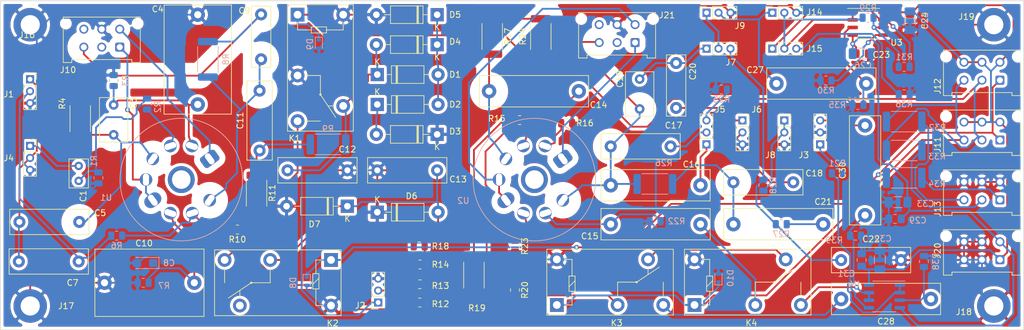
<source format=kicad_pcb>
(kicad_pcb (version 20171130) (host pcbnew "(5.1.10)-1")
  (layers (0 F.Cu signal) (31 B.Cu signal) (34 B.Paste user hide) (35 F.Paste user hide) (36 B.SilkS user) (37 F.SilkS user) (38 B.Mask user) (39 F.Mask user) (44 Edge.Cuts user))
  (net 0 "")
  (net 1 "Net-(C1-Pad2)")
  (net 2 "Net-(C1-Pad1)")
  (net 3 GND)
  (net 4 "Net-(C3-Pad1)")
  (net 5 "Net-(R2-Pad2)")
  (net 6 "Net-(C7-Pad1)")
  (net 7 "Net-(C10-Pad2)")
  (net 8 "Net-(C11-Pad1)")
  (net 9 "Net-(R10-Pad2)")
  (net 10 "Net-(C12-Pad2)")
  (net 11 "Net-(D1-Pad2)")
  (net 12 "Net-(D2-Pad1)")
  (net 13 "Net-(J2-Pad2)")
  (net 14 "Net-(R12-Pad1)")
  (net 15 "Net-(R16-Pad1)")
  (net 16 "Net-(C13-Pad2)")
  (net 17 "Net-(C14-Pad1)")
  (net 18 "Net-(C15-Pad2)")
  (net 19 "Net-(J3-Pad1)")
  (net 20 "Net-(K3-Pad4)")
  (net 21 "Net-(K3-Pad2)")
  (net 22 /Mute)
  (net 23 /FILTRO_IN)
  (net 24 "Net-(C16-Pad1)")
  (net 25 "Net-(C17-Pad1)")
  (net 26 "Net-(C18-Pad1)")
  (net 27 "Net-(C19-Pad1)")
  (net 28 "Net-(C20-Pad1)")
  (net 29 "Net-(C21-Pad2)")
  (net 30 "Net-(C22-Pad2)")
  (net 31 "Net-(J5-Pad3)")
  (net 32 "Net-(J7-Pad2)")
  (net 33 "Net-(J8-Pad1)")
  (net 34 "Net-(R23-Pad1)")
  (net 35 /VEE)
  (net 36 /VDD)
  (net 37 /SR_SW)
  (net 38 /LEAD_SW)
  (net 39 /RITHM-SW)
  (net 40 "Net-(J13-Pad3)")
  (net 41 "Net-(J13-Pad2)")
  (net 42 "Net-(J13-Pad1)")
  (net 43 "Net-(J14-Pad2)")
  (net 44 "Net-(R29-Pad1)")
  (net 45 "Net-(R30-Pad2)")
  (net 46 "Net-(C27-Pad2)")
  (net 47 "Net-(C27-Pad1)")
  (net 48 "Net-(J15-Pad3)")
  (net 49 "Net-(J15-Pad1)")
  (net 50 "Net-(C28-Pad2)")
  (net 51 "Net-(C28-Pad1)")
  (net 52 "Net-(C30-Pad2)")
  (net 53 "Net-(C30-Pad1)")
  (net 54 "Net-(K1-Pad3)")
  (net 55 "Net-(K4-Pad3)")
  (net 56 /HVCC1_B)
  (net 57 /HVCC1_C)
  (net 58 /HVCC2_A)
  (net 59 /HVCC2_D)
  (net 60 /HVCC2_E)
  (net 61 /HVCC1)
  (net 62 /HVCC2)
  (net 63 /FIL1+)
  (net 64 /FIL1-)
  (net 65 /FIL2+)
  (net 66 /FIL2-)
  (net 67 "Net-(R13-Pad2)")
  (net 68 "Net-(R21-Pad2)")
  (module Resistor_SMD:R_0805_2012Metric (layer B.Cu) (at 200.02 53.622)
    (fp_text reference R36 (at 0 1.65) (layer B.SilkS) (effects (justify mirror)))
    (fp_text value 10R)
    (pad 2 smd roundrect (at 0.9125 0) (size 1.025 1.4) (layers B.Cu B.Paste B.Mask) (roundrect_rratio 0.2439014634146341) (net 3 GND))
    (pad 1 smd roundrect (at -0.9125 0) (size 1.025 1.4) (layers B.Cu B.Paste B.Mask) (roundrect_rratio 0.2439014634146341) (net 48 "Net-(J15-Pad3)"))
  )
  (module Resistor_SMD:R_0805_2012Metric (layer B.Cu) (at 200.02 49.05 180)
    (fp_text reference R31 (at 0 1.65) (layer B.SilkS) (effects (justify mirror)))
    (fp_text value 10K)
    (pad 2 smd roundrect (at 0.9125 0 180) (size 1.025 1.4) (layers B.Cu B.Paste B.Mask) (roundrect_rratio 0.2439014634146341) (net 44 "Net-(R29-Pad1)"))
    (pad 1 smd roundrect (at -0.9125 0 180) (size 1.025 1.4) (layers B.Cu B.Paste B.Mask) (roundrect_rratio 0.2439014634146341) (net 49 "Net-(J15-Pad1)"))
  )
  (module Resistor_SMD:R_0805_2012Metric (layer B.Cu) (at 186.952 51.33)
    (fp_text reference R30 (at 0 1.65) (layer B.SilkS) (effects (justify mirror)))
    (fp_text value 10K)
    (pad 2 smd roundrect (at 0.9125 0) (size 1.025 1.4) (layers B.Cu B.Paste B.Mask) (roundrect_rratio 0.2439014634146341) (net 45 "Net-(R30-Pad2)"))
    (pad 1 smd roundrect (at -0.9125 0) (size 1.025 1.4) (layers B.Cu B.Paste B.Mask) (roundrect_rratio 0.2439014634146341) (net 3 GND))
  )
  (module Resistor_SMD:R_0805_2012Metric (layer B.Cu) (at 193.99 40.83 180)
    (fp_text reference R29 (at 0 1.65) (layer B.SilkS) (effects (justify mirror)))
    (fp_text value 100K)
    (pad 2 smd roundrect (at 0.9125 0 180) (size 1.025 1.4) (layers B.Cu B.Paste B.Mask) (roundrect_rratio 0.2439014634146341) (net 43 "Net-(J14-Pad2)"))
    (pad 1 smd roundrect (at -0.9125 0 180) (size 1.025 1.4) (layers B.Cu B.Paste B.Mask) (roundrect_rratio 0.2439014634146341) (net 44 "Net-(R29-Pad1)"))
  )
  (module Resistor_SMD:R_0805_2012Metric (layer B.Cu) (at 176.49 68.83 90)
    (fp_text reference R28 (at 0 1.65 90) (layer B.SilkS) (effects (justify mirror)))
    (fp_text value 100K)
    (pad 2 smd roundrect (at 0.9125 0 90) (size 1.025 1.4) (layers B.Cu B.Paste B.Mask) (roundrect_rratio 0.2439014634146341) (net 30 "Net-(C22-Pad2)"))
    (pad 1 smd roundrect (at -0.9125 0 90) (size 1.025 1.4) (layers B.Cu B.Paste B.Mask) (roundrect_rratio 0.2439014634146341) (net 33 "Net-(J8-Pad1)"))
  )
  (module Resistor_SMD:R_0805_2012Metric (layer B.Cu) (at 179.49 75.33)
    (fp_text reference R27 (at 0 1.65) (layer B.SilkS) (effects (justify mirror)))
    (fp_text value 10K)
    (pad 2 smd roundrect (at 0.9125 0) (size 1.025 1.4) (layers B.Cu B.Paste B.Mask) (roundrect_rratio 0.2439014634146341) (net 29 "Net-(C21-Pad2)"))
    (pad 1 smd roundrect (at -0.9125 0) (size 1.025 1.4) (layers B.Cu B.Paste B.Mask) (roundrect_rratio 0.2439014634146341) (net 30 "Net-(C22-Pad2)"))
  )
  (module Resistor_SMD:R_0805_2012Metric (layer B.Cu) (at 169.49 52.83)
    (fp_text reference R25 (at 0 1.65) (layer B.SilkS) (effects (justify mirror)))
    (fp_text value 100K)
    (pad 2 smd roundrect (at 0.9125 0) (size 1.025 1.4) (layers B.Cu B.Paste B.Mask) (roundrect_rratio 0.2439014634146341) (net 31 "Net-(J5-Pad3)"))
    (pad 1 smd roundrect (at -0.9125 0) (size 1.025 1.4) (layers B.Cu B.Paste B.Mask) (roundrect_rratio 0.2439014634146341) (net 3 GND))
  )
  (module Resistor_SMD:R_0805_2012Metric (layer B.Cu) (at 188.844 66.83 180)
    (fp_text reference R21 (at 0 1.65) (layer B.SilkS) (effects (justify mirror)))
    (fp_text value 10R)
    (pad 2 smd roundrect (at 0.9125 0 180) (size 1.025 1.4) (layers B.Cu B.Paste B.Mask) (roundrect_rratio 0.2439014634146341) (net 68 "Net-(R21-Pad2)"))
    (pad 1 smd roundrect (at -0.9125 0 180) (size 1.025 1.4) (layers B.Cu B.Paste B.Mask) (roundrect_rratio 0.2439014634146341) (net 19 "Net-(J3-Pad1)"))
  )
  (module Resistor_SMD:R_0805_2012Metric (layer F.Cu) (at 134.99 86.33 270)
    (fp_text reference R20 (at 0 -1.65 90) (layer F.SilkS))
    (fp_text value 10K)
    (pad 2 smd roundrect (at 0.9125 0 270) (size 1.025 1.4) (layers F.Cu F.Paste F.Mask) (roundrect_rratio 0.2439014634146341) (net 21 "Net-(K3-Pad2)"))
    (pad 1 smd roundrect (at -0.9125 0 270) (size 1.025 1.4) (layers F.Cu F.Paste F.Mask) (roundrect_rratio 0.2439014634146341) (net 3 GND))
  )
  (module Resistor_SMD:R_0805_2012Metric (layer F.Cu) (at 118.994 79.022 180)
    (fp_text reference R18 (at -3.556 0) (layer F.SilkS))
    (fp_text value 47K)
    (pad 2 smd roundrect (at 0.9125 0 180) (size 1.025 1.4) (layers F.Cu F.Paste F.Mask) (roundrect_rratio 0.2439014634146341) (net 16 "Net-(C13-Pad2)"))
    (pad 1 smd roundrect (at -0.9125 0 180) (size 1.025 1.4) (layers F.Cu F.Paste F.Mask) (roundrect_rratio 0.2439014634146341) (net 67 "Net-(R13-Pad2)"))
  )
  (module Resistor_SMD:R_0805_2012Metric (layer F.Cu) (at 119.144 82.07)
    (fp_text reference R14 (at 3.4055 0) (layer F.SilkS))
    (fp_text value 47K)
    (pad 2 smd roundrect (at 0.9125 0) (size 1.025 1.4) (layers F.Cu F.Paste F.Mask) (roundrect_rratio 0.2439014634146341) (net 67 "Net-(R13-Pad2)"))
    (pad 1 smd roundrect (at -0.9125 0) (size 1.025 1.4) (layers F.Cu F.Paste F.Mask) (roundrect_rratio 0.2439014634146341) (net 13 "Net-(J2-Pad2)"))
  )
  (module Resistor_SMD:R_0805_2012Metric (layer F.Cu) (at 119.098 85.372 180)
    (fp_text reference R13 (at -3.4525 -0.254) (layer F.SilkS))
    (fp_text value 100K)
    (pad 2 smd roundrect (at 0.9125 0 180) (size 1.025 1.4) (layers F.Cu F.Paste F.Mask) (roundrect_rratio 0.2439014634146341) (net 67 "Net-(R13-Pad2)"))
    (pad 1 smd roundrect (at -0.9125 0 180) (size 1.025 1.4) (layers F.Cu F.Paste F.Mask) (roundrect_rratio 0.2439014634146341) (net 14 "Net-(R12-Pad1)"))
  )
  (module Resistor_SMD:R_0805_2012Metric (layer F.Cu) (at 119.098 88.42 180)
    (fp_text reference R12 (at -3.4525 -0.254) (layer F.SilkS))
    (fp_text value 10K)
    (pad 2 smd roundrect (at 0.9125 0 180) (size 1.025 1.4) (layers F.Cu F.Paste F.Mask) (roundrect_rratio 0.2439014634146341) (net 54 "Net-(K1-Pad3)"))
    (pad 1 smd roundrect (at -0.9125 0 180) (size 1.025 1.4) (layers F.Cu F.Paste F.Mask) (roundrect_rratio 0.2439014634146341) (net 14 "Net-(R12-Pad1)"))
  )
  (module Resistor_SMD:R_0805_2012Metric (layer F.Cu) (at 88.6175 76.228 180)
    (fp_text reference R10 (at 0 -1.65) (layer F.SilkS))
    (fp_text value 220K)
    (pad 1 smd roundrect (at -0.9125 0 180) (size 1.025 1.4) (layers F.Cu F.Paste F.Mask) (roundrect_rratio 0.2439014634146341) (net 54 "Net-(K1-Pad3)"))
    (pad 2 smd roundrect (at 0.9125 0 180) (size 1.025 1.4) (layers F.Cu F.Paste F.Mask) (roundrect_rratio 0.2439014634146341) (net 9 "Net-(R10-Pad2)"))
  )
  (module Resistor_SMD:R_0805_2012Metric (layer B.Cu) (at 68.448 77.244)
    (fp_text reference R6 (at 0 1.65) (layer B.SilkS) (effects (justify mirror)))
    (fp_text value 100K)
    (pad 2 smd roundrect (at 0.9125 0) (size 1.025 1.4) (layers B.Cu B.Paste B.Mask) (roundrect_rratio 0.2439014634146341) (net 9 "Net-(R10-Pad2)"))
    (pad 1 smd roundrect (at -0.9125 0) (size 1.025 1.4) (layers B.Cu B.Paste B.Mask) (roundrect_rratio 0.2439014634146341) (net 6 "Net-(C7-Pad1)"))
  )
  (module Resistor_SMD:R_0805_2012Metric (layer B.Cu) (at 191.892 77.244)
    (fp_text reference R39 (at -3.556 0.762) (layer B.SilkS) (effects (justify mirror)))
    (fp_text value 1Meg)
    (pad 1 smd roundrect (at -0.9125 0) (size 1.025 1.4) (layers B.Cu B.Paste B.Mask) (roundrect_rratio 0.2439014634146341) (net 53 "Net-(C30-Pad1)"))
    (pad 2 smd roundrect (at 0.9125 0) (size 1.025 1.4) (layers B.Cu B.Paste B.Mask) (roundrect_rratio 0.2439014634146341) (net 3 GND))
  )
  (module Resistor_SMD:R_0805_2012Metric (layer B.Cu) (at 192.296 55.4)
    (fp_text reference R35 (at -3.4525 0) (layer B.SilkS) (effects (justify mirror)))
    (fp_text value 1Meg)
    (pad 1 smd roundrect (at -0.9125 0) (size 1.025 1.4) (layers B.Cu B.Paste B.Mask) (roundrect_rratio 0.2439014634146341) (net 3 GND))
    (pad 2 smd roundrect (at 0.9125 0) (size 1.025 1.4) (layers B.Cu B.Paste B.Mask) (roundrect_rratio 0.2439014634146341) (net 46 "Net-(C27-Pad2)"))
  )
  (module Resistor_SMD:R_0805_2012Metric (layer B.Cu) (at 158.402 74.83)
    (fp_text reference R22 (at 3.5875 0 -180) (layer B.SilkS) (effects (justify mirror)))
    (fp_text value 1Meg)
    (pad 1 smd roundrect (at -0.9125 0) (size 1.025 1.4) (layers B.Cu B.Paste B.Mask) (roundrect_rratio 0.2439014634146341) (net 3 GND))
    (pad 2 smd roundrect (at 0.9125 0) (size 1.025 1.4) (layers B.Cu B.Paste B.Mask) (roundrect_rratio 0.2439014634146341) (net 23 /FILTRO_IN))
  )
  (module Resistor_SMD:R_0805_2012Metric (layer F.Cu) (at 135.758 57.94 180)
    (fp_text reference R15 (at 3.81 0.254) (layer F.SilkS))
    (fp_text value 1Meg)
    (pad 2 smd roundrect (at 0.9125 0 180) (size 1.025 1.4) (layers F.Cu F.Paste F.Mask) (roundrect_rratio 0.2439014634146341) (net 67 "Net-(R13-Pad2)"))
    (pad 1 smd roundrect (at -0.9125 0 180) (size 1.025 1.4) (layers F.Cu F.Paste F.Mask) (roundrect_rratio 0.2439014634146341) (net 17 "Net-(C14-Pad1)"))
  )
  (module Resistor_SMD:R_0805_2012Metric (layer B.Cu) (at 65.4 67.592 90)
    (fp_text reference R1 (at 2.794 -0.762 90) (layer B.SilkS) (effects (justify mirror)))
    (fp_text value 1Meg)
    (pad 2 smd roundrect (at 0.9125 0 90) (size 1.025 1.4) (layers B.Cu B.Paste B.Mask) (roundrect_rratio 0.2439014634146341) (net 2 "Net-(C1-Pad1)"))
    (pad 1 smd roundrect (at -0.9125 0 90) (size 1.025 1.4) (layers B.Cu B.Paste B.Mask) (roundrect_rratio 0.2439014634146341) (net 3 GND))
  )
  (module Valve:Valve_ECC-83-3 (layer B.Cu) (at 142.99 71.33 270)
    (fp_text reference U2 (at 0.072 16.63 180) (layer B.SilkS) (effects (justify mirror)))
    (fp_text value ECC83)
    (pad 1 thru_hole oval (at 0 0 324) (size 2.1 2.1) (drill oval 1.02 2.03) (layers *.Cu *.Mask) (net 59 /HVCC2_D))
    (pad 2 thru_hole oval (at 2.15 2.93 288) (size 2.1 2.1) (drill oval 1.02 2.03) (layers *.Cu *.Mask) (net 23 /FILTRO_IN))
    (pad 3 thru_hole oval (at 2.15 6.58 252) (size 2.1 2.1) (drill oval 1.02 2.03) (layers *.Cu *.Mask) (net 34 "Net-(R23-Pad1)"))
    (pad 4 thru_hole oval (at 0 9.51 216) (size 3 2.1) (drill oval 1.02 2.03) (layers *.Cu *.Mask) (net 65 /FIL2+))
    (pad 5 thru_hole oval (at -3.45 10.65 180) (size 2.1 2.1) (drill oval 1.02 2.03) (layers *.Cu *.Mask) (net 65 /FIL2+))
    (pad 6 thru_hole oval (at -6.91 9.51 324) (size 2.1 2.1) (drill oval 1.02 2.03) (layers *.Cu *.Mask) (net 58 /HVCC2_A))
    (pad 7 thru_hole oval (at -9.06 6.58 288) (size 2.1 2.1) (drill oval 1.02 2.03) (layers *.Cu *.Mask) (net 67 "Net-(R13-Pad2)"))
    (pad 8 thru_hole oval (at -9.06 2.97 252) (size 2.1 2.1) (drill oval 1.02 2.03) (layers *.Cu *.Mask) (net 15 "Net-(R16-Pad1)"))
    (pad 9 thru_hole roundrect (at -6.91 0 216) (size 3 2.1) (drill oval 1.02 2.03) (layers *.Cu *.Mask) (net 66 /FIL2-))
    (pad "" np_thru_hole circle (at -3.45 4.75 270) (size 4.5 4.5) (drill 3.1) (layers *.Cu *.Mask))
  )
  (module Valve:Valve_ECC-83-3 (layer B.Cu) (at 83.99 71.33 270)
    (fp_text reference U1 (at -0.436 17.32) (layer B.SilkS) (effects (justify mirror)))
    (fp_text value ECC83)
    (pad 1 thru_hole oval (at 0 0 324) (size 2.1 2.1) (drill oval 1.02 2.03) (layers *.Cu *.Mask) (net 57 /HVCC1_C))
    (pad 2 thru_hole oval (at 2.15 2.93 288) (size 2.1 2.1) (drill oval 1.02 2.03) (layers *.Cu *.Mask) (net 9 "Net-(R10-Pad2)"))
    (pad 3 thru_hole oval (at 2.15 6.58 252) (size 2.1 2.1) (drill oval 1.02 2.03) (layers *.Cu *.Mask) (net 7 "Net-(C10-Pad2)"))
    (pad 4 thru_hole oval (at 0 9.51 216) (size 3 2.1) (drill oval 1.02 2.03) (layers *.Cu *.Mask) (net 63 /FIL1+))
    (pad 5 thru_hole oval (at -3.45 10.65 180) (size 2.1 2.1) (drill oval 1.02 2.03) (layers *.Cu *.Mask) (net 63 /FIL1+))
    (pad 6 thru_hole oval (at -6.91 9.51 324) (size 2.1 2.1) (drill oval 1.02 2.03) (layers *.Cu *.Mask) (net 56 /HVCC1_B))
    (pad 7 thru_hole oval (at -9.06 6.58 288) (size 2.1 2.1) (drill oval 1.02 2.03) (layers *.Cu *.Mask) (net 5 "Net-(R2-Pad2)"))
    (pad 8 thru_hole oval (at -9.06 2.97 252) (size 2.1 2.1) (drill oval 1.02 2.03) (layers *.Cu *.Mask) (net 4 "Net-(C3-Pad1)"))
    (pad 9 thru_hole roundrect (at -6.91 0 216) (size 3 2.1) (drill oval 1.02 2.03) (layers *.Cu *.Mask) (net 64 /FIL1-))
    (pad "" np_thru_hole circle (at -3.45 4.75 270) (size 4.5 4.5) (drill 3.1) (layers *.Cu *.Mask))
  )
  (module Package_SO:SO-8_3.9x4.9mm_P1.27mm (layer B.Cu) (at 196.718 87.404 180)
    (fp_text reference U4 (at 5.08 2.032 180) (layer B.SilkS) (effects (justify mirror)))
    (fp_text value TL082)
    (pad 8 smd roundrect (at 2.575 1.905 180) (size 1.75 0.6) (layers B.Cu B.Paste B.Mask) (net 36 /VDD))
    (pad 7 smd roundrect (at 2.575 0.635 180) (size 1.75 0.6) (layers B.Cu B.Paste B.Mask) (net 55 "Net-(K4-Pad3)"))
    (pad 6 smd roundrect (at 2.575 -0.635 180) (size 1.75 0.6) (layers B.Cu B.Paste B.Mask) (net 55 "Net-(K4-Pad3)"))
    (pad 5 smd roundrect (at 2.575 -1.905 180) (size 1.75 0.6) (layers B.Cu B.Paste B.Mask) (net 53 "Net-(C30-Pad1)"))
    (pad 4 smd roundrect (at -2.575 -1.905 180) (size 1.75 0.6) (layers B.Cu B.Paste B.Mask) (net 35 /VEE))
    (pad 3 smd roundrect (at -2.575 -0.635 180) (size 1.75 0.6) (layers B.Cu B.Paste B.Mask) (net 51 "Net-(C28-Pad1)"))
    (pad 2 smd roundrect (at -2.575 0.635 180) (size 1.75 0.6) (layers B.Cu B.Paste B.Mask) (net 68 "Net-(R21-Pad2)"))
    (pad 1 smd roundrect (at -2.575 1.905 180) (size 1.75 0.6) (layers B.Cu B.Paste B.Mask) (net 68 "Net-(R21-Pad2)"))
  )
  (module Resistor_SMD:R_0805_2012Metric (layer B.Cu) (at 203.322 81.562 90)
    (fp_text reference R38 (at 0 2 90) (layer B.SilkS) (effects (justify mirror)))
    (fp_text value 1Meg)
    (pad 1 smd roundrect (at -0.9125 0 90) (size 1.025 1.4) (layers B.Cu B.Paste B.Mask) (roundrect_rratio 0.2439014634146341) (net 51 "Net-(C28-Pad1)"))
    (pad 2 smd roundrect (at 0.9125 0 90) (size 1.025 1.4) (layers B.Cu B.Paste B.Mask) (roundrect_rratio 0.2439014634146341) (net 3 GND))
  )
  (module Connector_Molex:Molex_Micro-Fit_3.0_43045-0612_2x03_P3.00mm_Vertical (layer F.Cu) (at 155.062 44.986 180)
    (fp_text reference J21 (at -5.334 4.572 180) (layer F.SilkS))
    (fp_text value PWR_VALVE2)
    (pad 6 thru_hole circle (at 6 3 180) (size 1.5 1.5) (drill 1) (layers *.Cu *.Mask))
    (pad 5 thru_hole circle (at 3 3 180) (size 1.5 1.5) (drill 1) (layers *.Cu *.Mask) (net 3 GND))
    (pad 4 thru_hole circle (at 0 3 180) (size 1.5 1.5) (drill 1) (layers *.Cu *.Mask) (net 65 /FIL2+))
    (pad 3 thru_hole circle (at 6 0 180) (size 1.5 1.5) (drill 1) (layers *.Cu *.Mask) (net 62 /HVCC2))
    (pad 2 thru_hole circle (at 3 0 180) (size 1.5 1.5) (drill 1) (layers *.Cu *.Mask))
    (pad 1 thru_hole roundrect (at 0 0 180) (size 1.5 1.5) (drill 1) (layers *.Cu *.Mask) (roundrect_rratio 0.1666666666666667) (net 66 /FIL2-))
    (pad "" np_thru_hole circle (at 9 3.94 180) (size 1 1) (drill 1) (layers *.Cu *.Mask))
    (pad "" np_thru_hole circle (at -3 3.94 180) (size 1 1) (drill 1) (layers *.Cu *.Mask))
  )
  (module Connector_Molex:Molex_Micro-Fit_3.0_43045-0612_2x03_P3.00mm_Vertical (layer F.Cu) (at 216.022 81.27 180)
    (fp_text reference J20 (at 10.414 1.524 90) (layer F.SilkS))
    (fp_text value PWR_DC)
    (pad 6 thru_hole circle (at 6 3 180) (size 1.5 1.5) (drill 1) (layers *.Cu *.Mask) (net 3 GND))
    (pad 5 thru_hole circle (at 3 3 180) (size 1.5 1.5) (drill 1) (layers *.Cu *.Mask) (net 3 GND))
    (pad 4 thru_hole circle (at 0 3 180) (size 1.5 1.5) (drill 1) (layers *.Cu *.Mask) (net 35 /VEE))
    (pad 3 thru_hole circle (at 6 0 180) (size 1.5 1.5) (drill 1) (layers *.Cu *.Mask) (net 3 GND))
    (pad 2 thru_hole circle (at 3 0 180) (size 1.5 1.5) (drill 1) (layers *.Cu *.Mask) (net 3 GND))
    (pad 1 thru_hole roundrect (at 0 0 180) (size 1.5 1.5) (drill 1) (layers *.Cu *.Mask) (roundrect_rratio 0.1666666666666667) (net 36 /VDD))
    (pad "" np_thru_hole circle (at 9 3.94 180) (size 1 1) (drill 1) (layers *.Cu *.Mask))
    (pad "" np_thru_hole circle (at -3 3.94 180) (size 1 1) (drill 1) (layers *.Cu *.Mask))
  )
  (module Connector_Molex:Molex_Micro-Fit_3.0_43045-0612_2x03_P3.00mm_Vertical (layer F.Cu) (at 68.956 45.748 180)
    (fp_text reference J10 (at 8.636 -3.81) (layer F.SilkS))
    (fp_text value PWR_VALVE1)
    (pad 6 thru_hole circle (at 6 3 180) (size 1.5 1.5) (drill 1) (layers *.Cu *.Mask))
    (pad 5 thru_hole circle (at 3 3 180) (size 1.5 1.5) (drill 1) (layers *.Cu *.Mask) (net 3 GND))
    (pad 4 thru_hole circle (at 0 3 180) (size 1.5 1.5) (drill 1) (layers *.Cu *.Mask) (net 64 /FIL1-))
    (pad 3 thru_hole circle (at 6 0 180) (size 1.5 1.5) (drill 1) (layers *.Cu *.Mask) (net 61 /HVCC1))
    (pad 2 thru_hole circle (at 3 0 180) (size 1.5 1.5) (drill 1) (layers *.Cu *.Mask))
    (pad 1 thru_hole roundrect (at 0 0 180) (size 1.5 1.5) (drill 1) (layers *.Cu *.Mask) (roundrect_rratio 0.1666666666666667) (net 63 /FIL1+))
    (pad "" np_thru_hole circle (at 9 3.94 180) (size 1 1) (drill 1) (layers *.Cu *.Mask))
    (pad "" np_thru_hole circle (at -3 3.94 180) (size 1 1) (drill 1) (layers *.Cu *.Mask))
  )
  (module Diode_SMD:D_SOD-523 (layer B.Cu) (at 168.99 84.33 90)
    (fp_text reference D10 (at 0 2 90) (layer B.SilkS) (effects (justify mirror)))
    (fp_text value 1N4148WT)
    (pad 1 smd rect (at -0.7 0 270) (size 0.6 0.7) (layers B.Cu B.Paste B.Mask) (net 37 /SR_SW))
    (pad 2 smd rect (at 0.7 0 270) (size 0.6 0.7) (layers B.Cu B.Paste B.Mask) (net 3 GND))
  )
  (module Diode_SMD:D_SOD-523 (layer B.Cu) (at 102.23 45.24 270)
    (fp_text reference D9 (at 0 1.5 90) (layer B.SilkS) (effects (justify mirror)))
    (fp_text value 1N4148WT)
    (pad 2 smd rect (at 0.7 0 90) (size 0.6 0.7) (layers B.Cu B.Paste B.Mask) (net 3 GND))
    (pad 1 smd rect (at -0.7 0 90) (size 0.6 0.7) (layers B.Cu B.Paste B.Mask) (net 38 /LEAD_SW))
  )
  (module Diode_SMD:D_SOD-523 (layer B.Cu) (at 100.198 84.864 270)
    (fp_text reference D8 (at 0.254 2.286 90) (layer B.SilkS) (effects (justify mirror)))
    (fp_text value 1N4148WT)
    (pad 1 smd rect (at -0.7 0 90) (size 0.6 0.7) (layers B.Cu B.Paste B.Mask) (net 39 /RITHM-SW))
    (pad 2 smd rect (at 0.7 0 90) (size 0.6 0.7) (layers B.Cu B.Paste B.Mask) (net 3 GND))
  )
  (module Capacitor_SMD:C_1206_3216Metric_Pad1.33x1.80mm_HandSolder (layer B.Cu) (at 199.004 71.656 180)
    (fp_text reference C33 (at -4.572 -0.254) (layer B.SilkS) (effects (justify mirror)))
    (fp_text value 1uF)
    (pad 1 smd roundrect (at -1.5625 0 180) (size 1.325 1.8) (layers B.Cu B.Paste B.Mask) (roundrect_rratio 0.1886784905660377) (net 35 /VEE))
    (pad 2 smd roundrect (at 1.5625 0 180) (size 1.325 1.8) (layers B.Cu B.Paste B.Mask) (roundrect_rratio 0.1886784905660377) (net 3 GND))
  )
  (module Capacitor_SMD:C_1206_3216Metric_Pad1.33x1.80mm_HandSolder (layer B.Cu) (at 195.956 81.308 90)
    (fp_text reference C32 (at 3.556 0.508 180) (layer B.SilkS) (effects (justify mirror)))
    (fp_text value 1uF)
    (pad 1 smd roundrect (at -1.5625 0 90) (size 1.325 1.8) (layers B.Cu B.Paste B.Mask) (roundrect_rratio 0.1886784905660377) (net 36 /VDD))
    (pad 2 smd roundrect (at 1.5625 0 90) (size 1.325 1.8) (layers B.Cu B.Paste B.Mask) (roundrect_rratio 0.1886784905660377) (net 3 GND))
  )
  (module Capacitor_SMD:C_0805_2012Metric_Pad1.18x1.45mm_HandSolder (layer B.Cu) (at 192.908 81.308 90)
    (fp_text reference C31 (at -2.286 -2.54) (layer B.SilkS) (effects (justify mirror)))
    (fp_text value 100nF)
    (pad 2 smd roundrect (at 1.0375 0 90) (size 1.175 1.45) (layers B.Cu B.Paste B.Mask) (roundrect_rratio 0.2127659574468085) (net 3 GND))
    (pad 1 smd roundrect (at -1.0375 0 90) (size 1.175 1.45) (layers B.Cu B.Paste B.Mask) (roundrect_rratio 0.2127659574468085) (net 36 /VDD))
  )
  (module Capacitor_THT:C_Rect_L18.0mm_W5.0mm_P15.00mm_FKS3_FKP3 (layer F.Cu) (at 193.49 73.83 90)
    (fp_text reference C30 (at 7.5 -3.75 90) (layer F.SilkS))
    (fp_text value 100nF)
    (pad 1 thru_hole circle (at 0 0 90) (size 2.4 2.4) (drill 1.2) (layers *.Cu *.Mask) (net 53 "Net-(C30-Pad1)"))
    (pad 2 thru_hole circle (at 15 0 90) (size 2.4 2.4) (drill 1.2) (layers *.Cu *.Mask) (net 52 "Net-(C30-Pad2)"))
  )
  (module Capacitor_SMD:C_0805_2012Metric_Pad1.18x1.45mm_HandSolder (layer B.Cu) (at 198.496 74.45 180)
    (fp_text reference C29 (at -3.81 -0.254) (layer B.SilkS) (effects (justify mirror)))
    (fp_text value 100nF)
    (pad 2 smd roundrect (at 1.0375 0 180) (size 1.175 1.45) (layers B.Cu B.Paste B.Mask) (roundrect_rratio 0.2127659574468085) (net 3 GND))
    (pad 1 smd roundrect (at -1.0375 0 180) (size 1.175 1.45) (layers B.Cu B.Paste B.Mask) (roundrect_rratio 0.2127659574468085) (net 35 /VEE))
  )
  (module Capacitor_THT:C_Rect_L18.0mm_W5.0mm_P15.00mm_FKS3_FKP3 (layer F.Cu) (at 204.49 87.83 180)
    (fp_text reference C28 (at 7.5 -3.75) (layer F.SilkS))
    (fp_text value 100nF)
    (pad 1 thru_hole circle (at 0 0 180) (size 2.4 2.4) (drill 1.2) (layers *.Cu *.Mask) (net 51 "Net-(C28-Pad1)"))
    (pad 2 thru_hole circle (at 15 0 180) (size 2.4 2.4) (drill 1.2) (layers *.Cu *.Mask) (net 50 "Net-(C28-Pad2)"))
  )
  (module Capacitor_THT:C_Rect_L18.0mm_W5.0mm_P15.00mm_FKS3_FKP3 (layer F.Cu) (at 178.684 51.83)
    (fp_text reference C27 (at -3.556 -2.272) (layer F.SilkS))
    (fp_text value 100nF)
    (pad 1 thru_hole circle (at 0 0) (size 2.4 2.4) (drill 1.2) (layers *.Cu *.Mask) (net 47 "Net-(C27-Pad1)"))
    (pad 2 thru_hole circle (at 15 0) (size 2.4 2.4) (drill 1.2) (layers *.Cu *.Mask) (net 46 "Net-(C27-Pad2)"))
  )
  (module Capacitor_SMD:C_1206_3216Metric_Pad1.33x1.80mm_HandSolder (layer B.Cu) (at 192.99 46.83)
    (fp_text reference C26 (at 0.172 1.966) (layer B.SilkS) (effects (justify mirror)))
    (fp_text value 1uF)
    (pad 2 smd roundrect (at 1.5625 0) (size 1.325 1.8) (layers B.Cu B.Paste B.Mask) (roundrect_rratio 0.1886784905660377) (net 3 GND))
    (pad 1 smd roundrect (at -1.5625 0) (size 1.325 1.8) (layers B.Cu B.Paste B.Mask) (roundrect_rratio 0.1886784905660377) (net 35 /VEE))
  )
  (module Capacitor_SMD:C_1206_3216Metric_Pad1.33x1.80mm_HandSolder (layer B.Cu) (at 200.99 41.33 270)
    (fp_text reference C25 (at 0 -2.5 90) (layer B.SilkS) (effects (justify mirror)))
    (fp_text value 1uF)
    (pad 2 smd roundrect (at 1.5625 0 270) (size 1.325 1.8) (layers B.Cu B.Paste B.Mask) (roundrect_rratio 0.1886784905660377) (net 3 GND))
    (pad 1 smd roundrect (at -1.5625 0 270) (size 1.325 1.8) (layers B.Cu B.Paste B.Mask) (roundrect_rratio 0.1886784905660377) (net 36 /VDD))
  )
  (module Capacitor_SMD:C_0805_2012Metric_Pad1.18x1.45mm_HandSolder (layer F.Cu) (at 200.99 41.33 270)
    (fp_text reference C24 (at 0 -2.5 270) (layer F.SilkS))
    (fp_text value 100nF)
    (pad 1 smd roundrect (at -1.0375 0 270) (size 1.175 1.45) (layers F.Cu F.Paste F.Mask) (roundrect_rratio 0.2127659574468085) (net 36 /VDD))
    (pad 2 smd roundrect (at 1.0375 0 270) (size 1.175 1.45) (layers F.Cu F.Paste F.Mask) (roundrect_rratio 0.2127659574468085) (net 3 GND))
  )
  (module Capacitor_SMD:C_0805_2012Metric_Pad1.18x1.45mm_HandSolder (layer F.Cu) (at 193.028 46.83)
    (fp_text reference C23 (at 3.182 0.188 180) (layer F.SilkS))
    (fp_text value 100nF)
    (pad 1 smd roundrect (at -1.0375 0) (size 1.175 1.45) (layers F.Cu F.Paste F.Mask) (roundrect_rratio 0.2127659574468085) (net 35 /VEE))
    (pad 2 smd roundrect (at 1.0375 0) (size 1.175 1.45) (layers F.Cu F.Paste F.Mask) (roundrect_rratio 0.2127659574468085) (net 3 GND))
  )
  (module MountingHole:MountingHole_3.2mm_M3_DIN965_Pad_TopBottom (layer F.Cu) (at 215 42)
    (fp_text reference J19 (at -4.566 -1.332) (layer F.SilkS))
    (fp_text value Conn_01x01)
    (pad 1 thru_hole circle (at 0 0) (size 3.6 3.6) (drill 3.2) (layers *.Cu *.Mask) (net 3 GND))
    (pad 1 connect circle (at 0 0) (size 5.6 5.6) (layers F.Cu F.Mask) (net 3 GND))
    (pad 1 connect circle (at 0 0) (size 5.6 5.6) (layers B.Cu B.Mask) (net 3 GND))
  )
  (module MountingHole:MountingHole_3.2mm_M3_DIN965_Pad_TopBottom (layer F.Cu) (at 215 89)
    (fp_text reference J18 (at -5 1) (layer F.SilkS))
    (fp_text value Conn_01x01)
    (pad 1 connect circle (at 0 0) (size 5.6 5.6) (layers B.Cu B.Mask) (net 3 GND))
    (pad 1 connect circle (at 0 0) (size 5.6 5.6) (layers F.Cu F.Mask) (net 3 GND))
    (pad 1 thru_hole circle (at 0 0) (size 3.6 3.6) (drill 3.2) (layers *.Cu *.Mask) (net 3 GND))
  )
  (module MountingHole:MountingHole_3.2mm_M3_DIN965_Pad_TopBottom (layer F.Cu) (at 54 89)
    (fp_text reference J17 (at 6 0) (layer F.SilkS))
    (fp_text value Conn_01x01)
    (pad 1 thru_hole circle (at 0 0) (size 3.6 3.6) (drill 3.2) (layers *.Cu *.Mask) (net 3 GND))
    (pad 1 connect circle (at 0 0) (size 5.6 5.6) (layers F.Cu F.Mask) (net 3 GND))
    (pad 1 connect circle (at 0 0) (size 5.6 5.6) (layers B.Cu B.Mask) (net 3 GND))
  )
  (module MountingHole:MountingHole_3.2mm_M3_DIN965_Pad_TopBottom (layer F.Cu) (at 54 42)
    (fp_text reference J16 (at -0.538 1.716) (layer F.SilkS))
    (fp_text value Conn_01x01)
    (pad 1 thru_hole circle (at 0 0) (size 3.6 3.6) (drill 3.2) (layers *.Cu *.Mask) (net 3 GND))
    (pad 1 connect circle (at 0 0) (size 5.6 5.6) (layers F.Cu F.Mask) (net 3 GND))
    (pad 1 connect circle (at 0 0) (size 5.6 5.6) (layers B.Cu B.Mask) (net 3 GND))
  )
  (module Package_SO:SO-8_3.9x4.9mm_P1.27mm (layer F.Cu) (at 193.99 41.83)
    (fp_text reference U3 (at 4.76 3.156) (layer F.SilkS))
    (fp_text value TL082)
    (pad 1 smd roundrect (at -2.575 -1.905) (size 1.75 0.6) (layers F.Cu F.Paste F.Mask) (net 43 "Net-(J14-Pad2)"))
    (pad 2 smd roundrect (at -2.575 -0.635) (size 1.75 0.6) (layers F.Cu F.Paste F.Mask) (net 43 "Net-(J14-Pad2)"))
    (pad 3 smd roundrect (at -2.575 0.635) (size 1.75 0.6) (layers F.Cu F.Paste F.Mask) (net 46 "Net-(C27-Pad2)"))
    (pad 4 smd roundrect (at -2.575 1.905) (size 1.75 0.6) (layers F.Cu F.Paste F.Mask) (net 35 /VEE))
    (pad 5 smd roundrect (at 2.575 1.905) (size 1.75 0.6) (layers F.Cu F.Paste F.Mask) (net 45 "Net-(R30-Pad2)"))
    (pad 6 smd roundrect (at 2.575 0.635) (size 1.75 0.6) (layers F.Cu F.Paste F.Mask) (net 44 "Net-(R29-Pad1)"))
    (pad 7 smd roundrect (at 2.575 -0.635) (size 1.75 0.6) (layers F.Cu F.Paste F.Mask) (net 49 "Net-(J15-Pad1)"))
    (pad 8 smd roundrect (at 2.575 -1.905) (size 1.75 0.6) (layers F.Cu F.Paste F.Mask) (net 36 /VDD))
  )
  (module Resistor_SMD:R_2512_6332Metric (layer B.Cu) (at 200.02 67.592)
    (fp_text reference R34 (at 5.5 1) (layer B.SilkS) (effects (justify mirror)))
    (fp_text value 1K)
    (pad 1 smd roundrect (at -2.9625 0) (size 1.225 3.35) (layers B.Cu B.Paste B.Mask) (roundrect_rratio 0.2040816326530612) (net 39 /RITHM-SW))
    (pad 2 smd roundrect (at 2.9625 0) (size 1.225 3.35) (layers B.Cu B.Paste B.Mask) (roundrect_rratio 0.2040816326530612) (net 42 "Net-(J13-Pad1)"))
  )
  (module Resistor_SMD:R_2512_6332Metric (layer B.Cu) (at 200.02 63.02)
    (fp_text reference R33 (at 5.5 1) (layer B.SilkS) (effects (justify mirror)))
    (fp_text value 1K)
    (pad 1 smd roundrect (at -2.9625 0) (size 1.225 3.35) (layers B.Cu B.Paste B.Mask) (roundrect_rratio 0.2040816326530612) (net 38 /LEAD_SW))
    (pad 2 smd roundrect (at 2.9625 0) (size 1.225 3.35) (layers B.Cu B.Paste B.Mask) (roundrect_rratio 0.2040816326530612) (net 41 "Net-(J13-Pad2)"))
  )
  (module Resistor_SMD:R_2512_6332Metric (layer B.Cu) (at 200.02 58.194)
    (fp_text reference R32 (at 5.57 1) (layer B.SilkS) (effects (justify mirror)))
    (fp_text value 1K)
    (pad 1 smd roundrect (at -2.9625 0) (size 1.225 3.35) (layers B.Cu B.Paste B.Mask) (roundrect_rratio 0.2040816326530612) (net 37 /SR_SW))
    (pad 2 smd roundrect (at 2.9625 0) (size 1.225 3.35) (layers B.Cu B.Paste B.Mask) (roundrect_rratio 0.2040816326530612) (net 40 "Net-(J13-Pad3)"))
  )
  (module Connector_PinSocket_2.00mm:PinSocket_1x03_P2.00mm_Vertical (layer F.Cu) (at 178 46 90)
    (fp_text reference J15 (at -0.002 7.034) (layer F.SilkS))
    (fp_text value LINE-OUT)
    (pad 1 thru_hole rect (at 0 0 90) (size 1.35 1.35) (drill 0.8) (layers *.Cu *.Mask) (net 49 "Net-(J15-Pad1)"))
    (pad 2 thru_hole oval (at 0 2 90) (size 1.35 1.35) (drill 0.8) (layers *.Cu *.Mask) (net 43 "Net-(J14-Pad2)"))
    (pad 3 thru_hole oval (at 0 4 90) (size 1.35 1.35) (drill 0.8) (layers *.Cu *.Mask) (net 48 "Net-(J15-Pad3)"))
  )
  (module Connector_PinSocket_2.00mm:PinSocket_1x03_P2.00mm_Vertical (layer F.Cu) (at 178 40 90)
    (fp_text reference J14 (at 0.094 7.034) (layer F.SilkS))
    (fp_text value POWER-STAGE)
    (pad 1 thru_hole rect (at 0 0 90) (size 1.35 1.35) (drill 0.8) (layers *.Cu *.Mask) (net 47 "Net-(C27-Pad1)"))
    (pad 2 thru_hole oval (at 0 2 90) (size 1.35 1.35) (drill 0.8) (layers *.Cu *.Mask) (net 43 "Net-(J14-Pad2)"))
    (pad 3 thru_hole oval (at 0 4 90) (size 1.35 1.35) (drill 0.8) (layers *.Cu *.Mask) (net 3 GND))
  )
  (module Connector_Molex:Molex_Micro-Fit_3.0_43045-0612_2x03_P3.00mm_Vertical (layer F.Cu) (at 216.022 71.27 180)
    (fp_text reference J13 (at 10.414 -1.524 90) (layer F.SilkS))
    (fp_text value LED_SWITCHES)
    (pad 6 thru_hole circle (at 6 3 180) (size 1.5 1.5) (drill 1) (layers *.Cu *.Mask) (net 3 GND))
    (pad 5 thru_hole circle (at 3 3 180) (size 1.5 1.5) (drill 1) (layers *.Cu *.Mask) (net 3 GND))
    (pad 4 thru_hole circle (at 0 3 180) (size 1.5 1.5) (drill 1) (layers *.Cu *.Mask) (net 3 GND))
    (pad 3 thru_hole circle (at 6 0 180) (size 1.5 1.5) (drill 1) (layers *.Cu *.Mask) (net 40 "Net-(J13-Pad3)"))
    (pad 2 thru_hole circle (at 3 0 180) (size 1.5 1.5) (drill 1) (layers *.Cu *.Mask) (net 41 "Net-(J13-Pad2)"))
    (pad 1 thru_hole roundrect (at 0 0 180) (size 1.5 1.5) (drill 1) (layers *.Cu *.Mask) (roundrect_rratio 0.1666666666666667) (net 42 "Net-(J13-Pad1)"))
    (pad "" np_thru_hole circle (at 9 3.94 180) (size 1 1) (drill 1) (layers *.Cu *.Mask))
    (pad "" np_thru_hole circle (at -3 3.94 180) (size 1 1) (drill 1) (layers *.Cu *.Mask))
  )
  (module Connector_Molex:Molex_Micro-Fit_3.0_43045-0612_2x03_P3.00mm_Vertical (layer F.Cu) (at 216.022 51.27 180)
    (fp_text reference J12 (at 10.414 -1.016 90) (layer F.SilkS))
    (fp_text value REMOTE_SWITCHES)
    (pad 6 thru_hole circle (at 6 3 180) (size 1.5 1.5) (drill 1) (layers *.Cu *.Mask) (net 36 /VDD))
    (pad 5 thru_hole circle (at 3 3 180) (size 1.5 1.5) (drill 1) (layers *.Cu *.Mask) (net 36 /VDD))
    (pad 4 thru_hole circle (at 0 3 180) (size 1.5 1.5) (drill 1) (layers *.Cu *.Mask) (net 36 /VDD))
    (pad 3 thru_hole circle (at 6 0 180) (size 1.5 1.5) (drill 1) (layers *.Cu *.Mask) (net 37 /SR_SW))
    (pad 2 thru_hole circle (at 3 0 180) (size 1.5 1.5) (drill 1) (layers *.Cu *.Mask) (net 38 /LEAD_SW))
    (pad 1 thru_hole roundrect (at 0 0 180) (size 1.5 1.5) (drill 1) (layers *.Cu *.Mask) (roundrect_rratio 0.1666666666666667) (net 39 /RITHM-SW))
    (pad "" np_thru_hole circle (at 9 3.94 180) (size 1 1) (drill 1) (layers *.Cu *.Mask))
    (pad "" np_thru_hole circle (at -3 3.94 180) (size 1 1) (drill 1) (layers *.Cu *.Mask))
  )
  (module Connector_Molex:Molex_Micro-Fit_3.0_43045-0612_2x03_P3.00mm_Vertical (layer F.Cu) (at 216.022 61.27 180)
    (fp_text reference J11 (at 10.414 -0.762 90) (layer F.SilkS))
    (fp_text value LOCAL_SWITCHES)
    (pad 6 thru_hole circle (at 6 3 180) (size 1.5 1.5) (drill 1) (layers *.Cu *.Mask) (net 36 /VDD))
    (pad 5 thru_hole circle (at 3 3 180) (size 1.5 1.5) (drill 1) (layers *.Cu *.Mask) (net 36 /VDD))
    (pad 4 thru_hole circle (at 0 3 180) (size 1.5 1.5) (drill 1) (layers *.Cu *.Mask) (net 36 /VDD))
    (pad 3 thru_hole circle (at 6 0 180) (size 1.5 1.5) (drill 1) (layers *.Cu *.Mask) (net 37 /SR_SW))
    (pad 2 thru_hole circle (at 3 0 180) (size 1.5 1.5) (drill 1) (layers *.Cu *.Mask) (net 38 /LEAD_SW))
    (pad 1 thru_hole roundrect (at 0 0 180) (size 1.5 1.5) (drill 1) (layers *.Cu *.Mask) (roundrect_rratio 0.1666666666666667) (net 39 /RITHM-SW))
    (pad "" np_thru_hole circle (at 9 3.94 180) (size 1 1) (drill 1) (layers *.Cu *.Mask))
    (pad "" np_thru_hole circle (at -3 3.94 180) (size 1 1) (drill 1) (layers *.Cu *.Mask))
  )
  (module Resistor_SMD:R_2512_6332Metric (layer B.Cu) (at 158.364 68.608)
    (fp_text reference R26 (at 1.5 -3.5 180) (layer B.SilkS) (effects (justify mirror)))
    (fp_text value 100K)
    (pad 2 smd roundrect (at 2.9625 0) (size 1.225 3.35) (layers B.Cu B.Paste B.Mask) (roundrect_rratio 0.2040816326530612) (net 60 /HVCC2_E))
    (pad 1 smd roundrect (at -2.9625 0) (size 1.225 3.35) (layers B.Cu B.Paste B.Mask) (roundrect_rratio 0.2040816326530612) (net 59 /HVCC2_D))
  )
  (module Resistor_SMD:R_2512_6332Metric (layer F.Cu) (at 139.314 43.97 270)
    (fp_text reference R24 (at 0 3 270) (layer F.SilkS))
    (fp_text value 220K)
    (pad 1 smd roundrect (at -2.9625 0 270) (size 1.225 3.35) (layers F.Cu F.Paste F.Mask) (roundrect_rratio 0.2040816326530612) (net 62 /HVCC2))
    (pad 2 smd roundrect (at 2.9625 0 270) (size 1.225 3.35) (layers F.Cu F.Paste F.Mask) (roundrect_rratio 0.2040816326530612) (net 59 /HVCC2_D))
  )
  (module Resistor_SMD:R_0805_2012Metric (layer F.Cu) (at 134.996 79.022 270)
    (fp_text reference R23 (at 0 -1.65 90) (layer F.SilkS))
    (fp_text value 470R)
    (pad 1 smd roundrect (at -0.9125 0 270) (size 1.025 1.4) (layers F.Cu F.Paste F.Mask) (roundrect_rratio 0.2439014634146341) (net 34 "Net-(R23-Pad1)"))
    (pad 2 smd roundrect (at 0.9125 0 270) (size 1.025 1.4) (layers F.Cu F.Paste F.Mask) (roundrect_rratio 0.2439014634146341) (net 3 GND))
  )
  (module Connector_PinSocket_2.00mm:PinSocket_1x03_P2.00mm_Vertical (layer F.Cu) (at 167 40 90)
    (fp_text reference J9 (at -2.192 5.588) (layer F.SilkS))
    (fp_text value MASTER)
    (pad 1 thru_hole rect (at 0 0 90) (size 1.35 1.35) (drill 0.8) (layers *.Cu *.Mask) (net 32 "Net-(J7-Pad2)"))
    (pad 2 thru_hole oval (at 0 2 90) (size 1.35 1.35) (drill 0.8) (layers *.Cu *.Mask) (net 47 "Net-(C27-Pad1)"))
    (pad 3 thru_hole oval (at 0 4 90) (size 1.35 1.35) (drill 0.8) (layers *.Cu *.Mask) (net 3 GND))
  )
  (module Connector_PinSocket_2.00mm:PinSocket_1x03_P2.00mm_Vertical (layer F.Cu) (at 180 58)
    (fp_text reference J8 (at -2.332 5.782) (layer F.SilkS))
    (fp_text value POT-BASS-FRONT)
    (pad 1 thru_hole rect (at 0 0) (size 1.35 1.35) (drill 0.8) (layers *.Cu *.Mask) (net 33 "Net-(J8-Pad1)"))
    (pad 2 thru_hole oval (at 0 2) (size 1.35 1.35) (drill 0.8) (layers *.Cu *.Mask) (net 33 "Net-(J8-Pad1)"))
    (pad 3 thru_hole oval (at 0 4) (size 1.35 1.35) (drill 0.8) (layers *.Cu *.Mask) (net 3 GND))
  )
  (module Connector_PinSocket_2.00mm:PinSocket_1x03_P2.00mm_Vertical (layer F.Cu) (at 167 46 90)
    (fp_text reference J7 (at -2.288 4.064) (layer F.SilkS))
    (fp_text value POT-TREBLE)
    (pad 1 thru_hole rect (at 0 0 90) (size 1.35 1.35) (drill 0.8) (layers *.Cu *.Mask) (net 27 "Net-(C19-Pad1)"))
    (pad 2 thru_hole oval (at 0 2 90) (size 1.35 1.35) (drill 0.8) (layers *.Cu *.Mask) (net 32 "Net-(J7-Pad2)"))
    (pad 3 thru_hole oval (at 0 4 90) (size 1.35 1.35) (drill 0.8) (layers *.Cu *.Mask) (net 30 "Net-(C22-Pad2)"))
  )
  (module Connector_PinSocket_2.00mm:PinSocket_1x03_P2.00mm_Vertical (layer F.Cu) (at 173 58)
    (fp_text reference J6 (at 2.382 -1.838) (layer F.SilkS))
    (fp_text value POT-MID)
    (pad 1 thru_hole rect (at 0 0) (size 1.35 1.35) (drill 0.8) (layers *.Cu *.Mask) (net 28 "Net-(C20-Pad1)"))
    (pad 2 thru_hole oval (at 0 2) (size 1.35 1.35) (drill 0.8) (layers *.Cu *.Mask) (net 26 "Net-(C18-Pad1)"))
    (pad 3 thru_hole oval (at 0 4) (size 1.35 1.35) (drill 0.8) (layers *.Cu *.Mask) (net 3 GND))
  )
  (module Connector_PinSocket_2.00mm:PinSocket_1x03_P2.00mm_Vertical (layer F.Cu) (at 166.99 62 180)
    (fp_text reference J5 (at -2.296 5.838) (layer F.SilkS))
    (fp_text value POT-BASS-BACK)
    (pad 1 thru_hole rect (at 0 0 180) (size 1.35 1.35) (drill 0.8) (layers *.Cu *.Mask) (net 24 "Net-(C16-Pad1)"))
    (pad 2 thru_hole oval (at 0 2 180) (size 1.35 1.35) (drill 0.8) (layers *.Cu *.Mask) (net 25 "Net-(C17-Pad1)"))
    (pad 3 thru_hole oval (at 0 4 180) (size 1.35 1.35) (drill 0.8) (layers *.Cu *.Mask) (net 31 "Net-(J5-Pad3)"))
  )
  (module Capacitor_THT:C_Rect_L13.0mm_W4.0mm_P10.00mm_FKS3_FKP3_MKS4 (layer F.Cu) (at 199.49 81.33 180)
    (fp_text reference C22 (at 5 3.5) (layer F.SilkS))
    (fp_text value 2n2F)
    (pad 2 thru_hole circle (at 10 0 180) (size 2 2) (drill 1) (layers *.Cu *.Mask) (net 30 "Net-(C22-Pad2)"))
    (pad 1 thru_hole circle (at 0 0 180) (size 2 2) (drill 1) (layers *.Cu *.Mask) (net 3 GND))
  )
  (module Capacitor_THT:C_Rect_L18.0mm_W5.0mm_P15.00mm_FKS3_FKP3 (layer F.Cu) (at 171.49 75.33)
    (fp_text reference C21 (at 15 -3.75) (layer F.SilkS))
    (fp_text value 100nF)
    (pad 1 thru_hole circle (at 0 0) (size 2.4 2.4) (drill 1.2) (layers *.Cu *.Mask) (net 60 /HVCC2_E))
    (pad 2 thru_hole circle (at 15 0) (size 2.4 2.4) (drill 1.2) (layers *.Cu *.Mask) (net 29 "Net-(C21-Pad2)"))
  )
  (module Capacitor_THT:C_Rect_L10.0mm_W3.0mm_P7.50mm_MKS4 (layer F.Cu) (at 161.92 55.908 90)
    (fp_text reference C20 (at 6.096 2.794 90) (layer F.SilkS))
    (fp_text value 470pF)
    (pad 1 thru_hole circle (at 0 0 90) (size 2 2) (drill 1) (layers *.Cu *.Mask) (net 28 "Net-(C20-Pad1)"))
    (pad 2 thru_hole circle (at 7.5 0 90) (size 2 2) (drill 1) (layers *.Cu *.Mask) (net 27 "Net-(C19-Pad1)"))
  )
  (module Capacitor_THT:C_Rect_L7.2mm_W4.5mm_P5.00mm_FKS2_FKP2_MKS2_MKP2 (layer F.Cu) (at 155.824 51.082 270)
    (fp_text reference C19 (at 0 3.302 90) (layer F.SilkS))
    (fp_text value 220pF)
    (pad 2 thru_hole circle (at 5 0 270) (size 1.6 1.6) (drill 0.8) (layers *.Cu *.Mask) (net 59 /HVCC2_D))
    (pad 1 thru_hole circle (at 0 0 270) (size 1.6 1.6) (drill 0.8) (layers *.Cu *.Mask) (net 27 "Net-(C19-Pad1)"))
  )
  (module Capacitor_THT:C_Rect_L13.0mm_W4.0mm_P10.00mm_FKS3_FKP3_MKS4 (layer F.Cu) (at 181.49 68.33 180)
    (fp_text reference C18 (at -3.5 1.5) (layer F.SilkS))
    (fp_text value 10nF)
    (pad 1 thru_hole circle (at 0 0 180) (size 2 2) (drill 1) (layers *.Cu *.Mask) (net 26 "Net-(C18-Pad1)"))
    (pad 2 thru_hole circle (at 10 0 180) (size 2 2) (drill 1) (layers *.Cu *.Mask) (net 60 /HVCC2_E))
  )
  (module Capacitor_THT:C_Rect_L13.0mm_W4.0mm_P10.00mm_FKS3_FKP3_MKS4 (layer F.Cu) (at 160.99 62.33 180)
    (fp_text reference C17 (at -0.5 3.5) (layer F.SilkS))
    (fp_text value 4n7F)
    (pad 1 thru_hole circle (at 0 0 180) (size 2 2) (drill 1) (layers *.Cu *.Mask) (net 25 "Net-(C17-Pad1)"))
    (pad 2 thru_hole circle (at 10 0 180) (size 2 2) (drill 1) (layers *.Cu *.Mask) (net 59 /HVCC2_D))
  )
  (module Capacitor_THT:C_Rect_L18.0mm_W5.0mm_P15.00mm_FKS3_FKP3 (layer F.Cu) (at 165.99 68.83 180)
    (fp_text reference C16 (at 1.5 3.5) (layer F.SilkS))
    (fp_text value 100nF)
    (pad 1 thru_hole circle (at 0 0 180) (size 2.4 2.4) (drill 1.2) (layers *.Cu *.Mask) (net 24 "Net-(C16-Pad1)"))
    (pad 2 thru_hole circle (at 15 0 180) (size 2.4 2.4) (drill 1.2) (layers *.Cu *.Mask) (net 59 /HVCC2_D))
  )
  (module Connector_PinSocket_2.00mm:PinSocket_1x03_P2.00mm_Vertical (layer F.Cu) (at 53.97 62.258)
    (fp_text reference J4 (at -3.556 2.032) (layer F.SilkS))
    (fp_text value In)
    (pad 3 thru_hole oval (at 0 4) (size 1.35 1.35) (drill 0.8) (layers *.Cu *.Mask) (net 3 GND))
    (pad 2 thru_hole oval (at 0 2) (size 1.35 1.35) (drill 0.8) (layers *.Cu *.Mask) (net 22 /Mute))
    (pad 1 thru_hole rect (at 0 0) (size 1.35 1.35) (drill 0.8) (layers *.Cu *.Mask) (net 1 "Net-(C1-Pad2)"))
  )
  (module Resistor_SMD:R_0805_2012Metric (layer B.Cu) (at 73.528 55.2495 270)
    (fp_text reference R2 (at 0.508 -1.778 90) (layer B.SilkS) (effects (justify mirror)))
    (fp_text value 68K)
    (pad 1 smd roundrect (at -0.9125 0 270) (size 1.025 1.4) (layers B.Cu B.Paste B.Mask) (roundrect_rratio 0.2439014634146341) (net 2 "Net-(C1-Pad1)"))
    (pad 2 smd roundrect (at 0.9125 0 270) (size 1.025 1.4) (layers B.Cu B.Paste B.Mask) (roundrect_rratio 0.2439014634146341) (net 5 "Net-(R2-Pad2)"))
  )
  (module Relay_THT:Relay_SPDT_Omron-G5Q-1 (layer F.Cu) (at 164.99 88.83)
    (fp_text reference K4 (at 9.5 3 180) (layer F.SilkS))
    (fp_text value G5Q-1)
    (pad 1 thru_hole rect (at 0 0 180) (size 2.3 2.3) (drill 1.3) (layers *.Cu *.Mask) (net 37 /SR_SW))
    (pad 2 thru_hole circle (at 10.16 0 180) (size 2.3 2.3) (drill 1.3) (layers *.Cu *.Mask) (net 18 "Net-(C15-Pad2)"))
    (pad 3 thru_hole circle (at 17.78 0 180) (size 2.3 2.3) (drill 1.3) (layers *.Cu *.Mask) (net 55 "Net-(K4-Pad3)"))
    (pad 4 thru_hole circle (at 15.24 -7.62 180) (size 2.3 2.3) (drill 1.3) (layers *.Cu *.Mask) (net 20 "Net-(K3-Pad4)"))
    (pad 5 thru_hole circle (at 0 -7.62 180) (size 2.3 2.3) (drill 1.3) (layers *.Cu *.Mask) (net 3 GND))
  )
  (module Relay_THT:Relay_SPDT_Omron-G5Q-1 (layer F.Cu) (at 141.99 88.83)
    (fp_text reference K3 (at 10 3 180) (layer F.SilkS))
    (fp_text value G5Q-1)
    (pad 1 thru_hole rect (at 0 0 180) (size 2.3 2.3) (drill 1.3) (layers *.Cu *.Mask) (net 37 /SR_SW))
    (pad 2 thru_hole circle (at 10.16 0 180) (size 2.3 2.3) (drill 1.3) (layers *.Cu *.Mask) (net 21 "Net-(K3-Pad2)"))
    (pad 3 thru_hole circle (at 17.78 0 180) (size 2.3 2.3) (drill 1.3) (layers *.Cu *.Mask) (net 50 "Net-(C28-Pad2)"))
    (pad 4 thru_hole circle (at 15.24 -7.62 180) (size 2.3 2.3) (drill 1.3) (layers *.Cu *.Mask) (net 20 "Net-(K3-Pad4)"))
    (pad 5 thru_hole circle (at 0 -7.62 180) (size 2.3 2.3) (drill 1.3) (layers *.Cu *.Mask) (net 3 GND))
  )
  (module Connector_PinSocket_2.00mm:PinSocket_1x03_P2.00mm_Vertical (layer F.Cu) (at 185.99 62 180)
    (fp_text reference J3 (at 2.734 -1.782) (layer F.SilkS))
    (fp_text value SEND-RETURN)
    (pad 1 thru_hole rect (at 0 0 180) (size 1.35 1.35) (drill 0.8) (layers *.Cu *.Mask) (net 19 "Net-(J3-Pad1)"))
    (pad 2 thru_hole oval (at 0 2 180) (size 1.35 1.35) (drill 0.8) (layers *.Cu *.Mask) (net 3 GND))
    (pad 3 thru_hole oval (at 0 4 180) (size 1.35 1.35) (drill 0.8) (layers *.Cu *.Mask) (net 52 "Net-(C30-Pad2)"))
  )
  (module Capacitor_THT:C_Rect_L18.0mm_W5.0mm_P15.00mm_FKS3_FKP3 (layer F.Cu) (at 150.99 75.33)
    (fp_text reference C15 (at -3.5 2) (layer F.SilkS))
    (fp_text value 100nF)
    (pad 2 thru_hole circle (at 15 0) (size 2.4 2.4) (drill 1.2) (layers *.Cu *.Mask) (net 18 "Net-(C15-Pad2)"))
    (pad 1 thru_hole circle (at 0 0) (size 2.4 2.4) (drill 1.2) (layers *.Cu *.Mask) (net 23 /FILTRO_IN))
  )
  (module Resistor_SMD:R_2512_6332Metric (layer F.Cu) (at 128.138 83.848 270)
    (fp_text reference R19 (at 5.5 -0.5) (layer F.SilkS))
    (fp_text value 100K)
    (pad 1 smd roundrect (at -2.9625 0 270) (size 1.225 3.35) (layers F.Cu F.Paste F.Mask) (roundrect_rratio 0.2040816326530612) (net 17 "Net-(C14-Pad1)"))
    (pad 2 smd roundrect (at 2.9625 0 270) (size 1.225 3.35) (layers F.Cu F.Paste F.Mask) (roundrect_rratio 0.2040816326530612) (net 21 "Net-(K3-Pad2)"))
  )
  (module Relay_THT:Relay_SPDT_Omron-G5Q-1 (layer F.Cu) (at 104.262 81.308 180)
    (fp_text reference K2 (at -0.27 -10.57 180) (layer F.SilkS))
    (fp_text value G5Q-1)
    (pad 1 thru_hole rect (at 0 0) (size 2.3 2.3) (drill 1.3) (layers *.Cu *.Mask) (net 39 /RITHM-SW))
    (pad 2 thru_hole circle (at 10.16 0) (size 2.3 2.3) (drill 1.3) (layers *.Cu *.Mask) (net 16 "Net-(C13-Pad2)"))
    (pad 3 thru_hole circle (at 17.78 0) (size 2.3 2.3) (drill 1.3) (layers *.Cu *.Mask) (net 54 "Net-(K1-Pad3)"))
    (pad 4 thru_hole circle (at 15.24 -7.62) (size 2.3 2.3) (drill 1.3) (layers *.Cu *.Mask))
    (pad 5 thru_hole circle (at 0 -7.62) (size 2.3 2.3) (drill 1.3) (layers *.Cu *.Mask) (net 3 GND))
  )
  (module Diode_THT:D_DO-41_SOD81_P10.16mm_Horizontal (layer F.Cu) (at 106.99 72.33 180)
    (fp_text reference D7 (at 5.5 -3) (layer F.SilkS))
    (fp_text value 1N4007)
    (fp_text user K (at 0 -2.1) (layer F.SilkS))
    (pad 1 thru_hole rect (at 0 0 180) (size 2.2 2.2) (drill 1.1) (layers *.Cu *.Mask) (net 16 "Net-(C13-Pad2)"))
    (pad 2 thru_hole oval (at 10.16 0 180) (size 2.2 2.2) (drill 1.1) (layers *.Cu *.Mask) (net 3 GND))
  )
  (module Diode_THT:D_DO-41_SOD81_P10.16mm_Horizontal (layer F.Cu) (at 111.99 73.33)
    (fp_text reference D6 (at 5.734 -2.69) (layer F.SilkS))
    (fp_text value 1N4007)
    (fp_text user K (at 0 -2.1) (layer F.SilkS))
    (pad 1 thru_hole rect (at 0 0) (size 2.2 2.2) (drill 1.1) (layers *.Cu *.Mask) (net 3 GND))
    (pad 2 thru_hole oval (at 10.16 0) (size 2.2 2.2) (drill 1.1) (layers *.Cu *.Mask) (net 16 "Net-(C13-Pad2)"))
  )
  (module Capacitor_THT:C_Rect_L18.0mm_W5.0mm_P15.00mm_FKS3_FKP3 (layer F.Cu) (at 145.664 53.114 180)
    (fp_text reference C14 (at -3.302 -2.286) (layer F.SilkS))
    (fp_text value 100nF)
    (pad 1 thru_hole circle (at 0 0 180) (size 2.4 2.4) (drill 1.2) (layers *.Cu *.Mask) (net 17 "Net-(C14-Pad1)"))
    (pad 2 thru_hole circle (at 15 0 180) (size 2.4 2.4) (drill 1.2) (layers *.Cu *.Mask) (net 58 /HVCC2_A))
  )
  (module Capacitor_THT:C_Rect_L13.0mm_W4.0mm_P10.00mm_FKS3_FKP3_MKS4 (layer F.Cu) (at 111.99 66.33)
    (fp_text reference C13 (at 13.5 1.5) (layer F.SilkS))
    (fp_text value 2n2F)
    (pad 1 thru_hole circle (at 0 0) (size 2 2) (drill 1) (layers *.Cu *.Mask) (net 3 GND))
    (pad 2 thru_hole circle (at 10 0) (size 2 2) (drill 1) (layers *.Cu *.Mask) (net 16 "Net-(C13-Pad2)"))
  )
  (module Resistor_SMD:R_2512_6332Metric (layer F.Cu) (at 131.186 43.97 270)
    (fp_text reference R17 (at 0 -2.62 90) (layer F.SilkS))
    (fp_text value 100K)
    (pad 2 smd roundrect (at 2.9625 0 270) (size 1.225 3.35) (layers F.Cu F.Paste F.Mask) (roundrect_rratio 0.2040816326530612) (net 58 /HVCC2_A))
    (pad 1 smd roundrect (at -2.9625 0 270) (size 1.225 3.35) (layers F.Cu F.Paste F.Mask) (roundrect_rratio 0.2040816326530612) (net 62 /HVCC2))
  )
  (module Resistor_SMD:R_0805_2012Metric (layer F.Cu) (at 143.632 58.448)
    (fp_text reference R16 (at 3.048 0 180) (layer F.SilkS))
    (fp_text value 1K5)
    (pad 2 smd roundrect (at 0.9125 0) (size 1.025 1.4) (layers F.Cu F.Paste F.Mask) (roundrect_rratio 0.2439014634146341) (net 3 GND))
    (pad 1 smd roundrect (at -0.9125 0) (size 1.025 1.4) (layers F.Cu F.Paste F.Mask) (roundrect_rratio 0.2439014634146341) (net 15 "Net-(R16-Pad1)"))
  )
  (module Connector_PinSocket_2.00mm:PinSocket_1x03_P2.00mm_Vertical (layer F.Cu) (at 112.136 88.42 180)
    (fp_text reference J2 (at 3 -0.5) (layer F.SilkS))
    (fp_text value POT-LEAD)
    (pad 1 thru_hole rect (at 0 0 180) (size 1.35 1.35) (drill 0.8) (layers *.Cu *.Mask) (net 10 "Net-(C12-Pad2)"))
    (pad 2 thru_hole oval (at 0 2 180) (size 1.35 1.35) (drill 0.8) (layers *.Cu *.Mask) (net 13 "Net-(J2-Pad2)"))
    (pad 3 thru_hole oval (at 0 4 180) (size 1.35 1.35) (drill 0.8) (layers *.Cu *.Mask) (net 3 GND))
  )
  (module Diode_THT:D_DO-41_SOD81_P10.16mm_Horizontal (layer F.Cu) (at 121.99 40.33 180)
    (fp_text reference D5 (at -3 0) (layer F.SilkS))
    (fp_text value 1N4007)
    (fp_text user K (at 0 -2.1) (layer F.SilkS))
    (pad 1 thru_hole rect (at 0 0 180) (size 2.2 2.2) (drill 1.1) (layers *.Cu *.Mask) (net 11 "Net-(D1-Pad2)"))
    (pad 2 thru_hole oval (at 10.16 0 180) (size 2.2 2.2) (drill 1.1) (layers *.Cu *.Mask) (net 3 GND))
  )
  (module Diode_THT:D_DO-41_SOD81_P10.16mm_Horizontal (layer F.Cu) (at 121.99 45.33 180)
    (fp_text reference D4 (at -3 0.5) (layer F.SilkS))
    (fp_text value 1N4007)
    (fp_text user K (at 0 -2.1) (layer F.SilkS))
    (pad 1 thru_hole rect (at 0 0 180) (size 2.2 2.2) (drill 1.1) (layers *.Cu *.Mask) (net 11 "Net-(D1-Pad2)"))
    (pad 2 thru_hole oval (at 10.16 0 180) (size 2.2 2.2) (drill 1.1) (layers *.Cu *.Mask) (net 10 "Net-(C12-Pad2)"))
  )
  (module Diode_THT:D_DO-41_SOD81_P10.16mm_Horizontal (layer F.Cu) (at 121.99 60.33 180)
    (fp_text reference D3 (at -3 0.5) (layer F.SilkS))
    (fp_text value 1N4007)
    (fp_text user K (at 0 -2.1) (layer F.SilkS))
    (pad 1 thru_hole rect (at 0 0 180) (size 2.2 2.2) (drill 1.1) (layers *.Cu *.Mask) (net 3 GND))
    (pad 2 thru_hole oval (at 10.16 0 180) (size 2.2 2.2) (drill 1.1) (layers *.Cu *.Mask) (net 12 "Net-(D2-Pad1)"))
  )
  (module Diode_THT:D_DO-41_SOD81_P10.16mm_Horizontal (layer F.Cu) (at 111.99 55.33)
    (fp_text reference D2 (at 13 0) (layer F.SilkS))
    (fp_text value 1N4007)
    (fp_text user K (at 0 -2.1) (layer F.SilkS))
    (pad 1 thru_hole rect (at 0 0) (size 2.2 2.2) (drill 1.1) (layers *.Cu *.Mask) (net 12 "Net-(D2-Pad1)"))
    (pad 2 thru_hole oval (at 10.16 0) (size 2.2 2.2) (drill 1.1) (layers *.Cu *.Mask) (net 11 "Net-(D1-Pad2)"))
  )
  (module Diode_THT:D_DO-41_SOD81_P10.16mm_Horizontal (layer F.Cu) (at 111.99 50.33)
    (fp_text reference D1 (at 13 0) (layer F.SilkS))
    (fp_text value 1N4007)
    (fp_text user K (at 0 -2.1) (layer F.SilkS))
    (pad 1 thru_hole rect (at 0 0) (size 2.2 2.2) (drill 1.1) (layers *.Cu *.Mask) (net 10 "Net-(C12-Pad2)"))
    (pad 2 thru_hole oval (at 10.16 0) (size 2.2 2.2) (drill 1.1) (layers *.Cu *.Mask) (net 11 "Net-(D1-Pad2)"))
  )
  (module Capacitor_THT:C_Rect_L13.0mm_W4.0mm_P10.00mm_FKS3_FKP3_MKS4 (layer F.Cu) (at 106.99 66.33 180)
    (fp_text reference C12 (at 0 3.5) (layer F.SilkS))
    (fp_text value 1nF)
    (pad 1 thru_hole circle (at 0 0 180) (size 2 2) (drill 1) (layers *.Cu *.Mask) (net 3 GND))
    (pad 2 thru_hole circle (at 10 0 180) (size 2 2) (drill 1) (layers *.Cu *.Mask) (net 10 "Net-(C12-Pad2)"))
  )
  (module Resistor_SMD:R_2512_6332Metric (layer F.Cu) (at 91.816 70.132 270)
    (fp_text reference R11 (at 0 -2.62 270) (layer F.SilkS))
    (fp_text value 220K)
    (pad 2 smd roundrect (at 2.9625 0 270) (size 1.225 3.35) (layers F.Cu F.Paste F.Mask) (roundrect_rratio 0.2040816326530612) (net 54 "Net-(K1-Pad3)"))
    (pad 1 smd roundrect (at -2.9625 0 270) (size 1.225 3.35) (layers F.Cu F.Paste F.Mask) (roundrect_rratio 0.2040816326530612) (net 8 "Net-(C11-Pad1)"))
  )
  (module Relay_THT:Relay_SPDT_Omron-G5Q-1 (layer F.Cu) (at 98.674 40.33 270)
    (fp_text reference K1 (at 20.658 0.508 180) (layer F.SilkS))
    (fp_text value G5Q-1)
    (pad 5 thru_hole circle (at 0 -7.62 90) (size 2.3 2.3) (drill 1.3) (layers *.Cu *.Mask) (net 3 GND))
    (pad 4 thru_hole circle (at 15.24 -7.62 90) (size 2.3 2.3) (drill 1.3) (layers *.Cu *.Mask) (net 10 "Net-(C12-Pad2)"))
    (pad 3 thru_hole circle (at 17.78 0 90) (size 2.3 2.3) (drill 1.3) (layers *.Cu *.Mask) (net 54 "Net-(K1-Pad3)"))
    (pad 2 thru_hole circle (at 10.16 0 90) (size 2.3 2.3) (drill 1.3) (layers *.Cu *.Mask) (net 3 GND))
    (pad 1 thru_hole rect (at 0 0 90) (size 2.3 2.3) (drill 1.3) (layers *.Cu *.Mask) (net 38 /LEAD_SW))
  )
  (module Resistor_SMD:R_2512_6332Metric (layer B.Cu) (at 103.754 62.004 180)
    (fp_text reference R9 (at 0 2.62) (layer B.SilkS) (effects (justify mirror)))
    (fp_text value 47K)
    (pad 1 smd roundrect (at -2.9625 0 180) (size 1.225 3.35) (layers B.Cu B.Paste B.Mask) (roundrect_rratio 0.2040816326530612) (net 10 "Net-(C12-Pad2)"))
    (pad 2 smd roundrect (at 2.9625 0 180) (size 1.225 3.35) (layers B.Cu B.Paste B.Mask) (roundrect_rratio 0.2040816326530612) (net 8 "Net-(C11-Pad1)"))
  )
  (module Resistor_SMD:R_2512_6332Metric (layer B.Cu) (at 83.688 47.78 270)
    (fp_text reference R8 (at 0 -3 270) (layer B.SilkS) (effects (justify mirror)))
    (fp_text value 100K)
    (pad 1 smd roundrect (at -2.9625 0 270) (size 1.225 3.35) (layers B.Cu B.Paste B.Mask) (roundrect_rratio 0.2040816326530612) (net 61 /HVCC1))
    (pad 2 smd roundrect (at 2.9625 0 270) (size 1.225 3.35) (layers B.Cu B.Paste B.Mask) (roundrect_rratio 0.2040816326530612) (net 57 /HVCC1_C))
  )
  (module Resistor_SMD:R_0805_2012Metric (layer B.Cu) (at 72.8695 85.118 180)
    (fp_text reference R7 (at -3.5 -0.5 180) (layer B.SilkS) (effects (justify mirror)))
    (fp_text value 1K5)
    (pad 2 smd roundrect (at 0.9125 0 180) (size 1.025 1.4) (layers B.Cu B.Paste B.Mask) (roundrect_rratio 0.2439014634146341) (net 3 GND))
    (pad 1 smd roundrect (at -0.9125 0 180) (size 1.025 1.4) (layers B.Cu B.Paste B.Mask) (roundrect_rratio 0.2439014634146341) (net 7 "Net-(C10-Pad2)"))
  )
  (module Connector_PinSocket_2.00mm:PinSocket_1x03_P2.00mm_Vertical (layer F.Cu) (at 53.97 51.114)
    (fp_text reference J1 (at -3.556 2.508) (layer F.SilkS))
    (fp_text value POT-GAIN)
    (pad 1 thru_hole rect (at 0 0) (size 1.35 1.35) (drill 0.8) (layers *.Cu *.Mask) (net 22 /Mute))
    (pad 2 thru_hole oval (at 0 2) (size 1.35 1.35) (drill 0.8) (layers *.Cu *.Mask) (net 6 "Net-(C7-Pad1)"))
    (pad 3 thru_hole oval (at 0 4) (size 1.35 1.35) (drill 0.8) (layers *.Cu *.Mask) (net 3 GND))
  )
  (module Capacitor_THT:C_Rect_L13.0mm_W4.0mm_P10.00mm_FKS3_FKP3_MKS4 (layer F.Cu) (at 92.324 63.02 90)
    (fp_text reference C11 (at 5 -3.25 90) (layer F.SilkS))
    (fp_text value 22nF)
    (pad 2 thru_hole circle (at 10 0 90) (size 2 2) (drill 1) (layers *.Cu *.Mask) (net 57 /HVCC1_C))
    (pad 1 thru_hole circle (at 0 0 90) (size 2 2) (drill 1) (layers *.Cu *.Mask) (net 8 "Net-(C11-Pad1)"))
  )
  (module Capacitor_THT:C_Rect_L18.0mm_W11.0mm_P15.00mm_FKS3_FKP3 (layer F.Cu) (at 66.416 85.118)
    (fp_text reference C10 (at 6.604 -6.604) (layer F.SilkS))
    (fp_text value 680nF)
    (pad 1 thru_hole circle (at 0 0) (size 2.4 2.4) (drill 1.2) (layers *.Cu *.Mask) (net 3 GND))
    (pad 2 thru_hole circle (at 15 0) (size 2.4 2.4) (drill 1.2) (layers *.Cu *.Mask) (net 7 "Net-(C10-Pad2)"))
  )
  (module Capacitor_THT:C_Rect_L10.0mm_W3.0mm_P7.50mm_MKS4 (layer F.Cu) (at 92.578 47.78 90)
    (fp_text reference C9 (at 8.128 -2.794) (layer F.SilkS))
    (fp_text value 470pF)
    (pad 1 thru_hole circle (at 0 0 90) (size 2 2) (drill 1) (layers *.Cu *.Mask) (net 57 /HVCC1_C))
    (pad 2 thru_hole circle (at 7.5 0 90) (size 2 2) (drill 1) (layers *.Cu *.Mask) (net 61 /HVCC1))
  )
  (module Capacitor_Tantalum_SMD:CP_EIA-3216-10_Kemet-I (layer B.Cu) (at 73.194 81.816 180)
    (fp_text reference C8 (at -4 0) (layer B.SilkS) (effects (justify mirror)))
    (fp_text value 10uF)
    (pad 2 smd roundrect (at 1.35 0 180) (size 1.4 1.35) (layers B.Cu B.Paste B.Mask) (roundrect_rratio 0.1851844444444445) (net 3 GND))
    (pad 1 smd roundrect (at -1.35 0 180) (size 1.4 1.35) (layers B.Cu B.Paste B.Mask) (roundrect_rratio 0.1851844444444445) (net 7 "Net-(C10-Pad2)"))
  )
  (module Capacitor_THT:C_Rect_L13.0mm_W4.0mm_P10.00mm_FKS3_FKP3_MKS4 (layer F.Cu) (at 62.098 81.562 180)
    (fp_text reference C7 (at 1.016 -3.556) (layer F.SilkS))
    (fp_text value 1nF)
    (pad 1 thru_hole circle (at 0 0 180) (size 2 2) (drill 1) (layers *.Cu *.Mask) (net 6 "Net-(C7-Pad1)"))
    (pad 2 thru_hole circle (at 10 0 180) (size 2 2) (drill 1) (layers *.Cu *.Mask) (net 22 /Mute))
  )
  (module Capacitor_THT:C_Rect_L13.0mm_W4.0mm_P10.00mm_FKS3_FKP3_MKS4 (layer F.Cu) (at 52.192 74.958)
    (fp_text reference C5 (at 13.5 -1.5) (layer F.SilkS))
    (fp_text value 22nF)
    (pad 1 thru_hole circle (at 0 0) (size 2 2) (drill 1) (layers *.Cu *.Mask) (net 22 /Mute))
    (pad 2 thru_hole circle (at 10 0) (size 2 2) (drill 1) (layers *.Cu *.Mask) (net 56 /HVCC1_B))
  )
  (module Resistor_SMD:R_2512_6332Metric (layer F.Cu) (at 62.352 57.686 270)
    (fp_text reference R4 (at -2.5 3 270) (layer F.SilkS))
    (fp_text value 100K)
    (pad 2 smd roundrect (at 2.9625 0 270) (size 1.225 3.35) (layers F.Cu F.Paste F.Mask) (roundrect_rratio 0.2040816326530612) (net 56 /HVCC1_B))
    (pad 1 smd roundrect (at -2.9625 0 270) (size 1.225 3.35) (layers F.Cu F.Paste F.Mask) (roundrect_rratio 0.2040816326530612) (net 61 /HVCC1))
  )
  (module Capacitor_THT:C_Rect_L7.2mm_W4.5mm_P5.00mm_FKS2_FKP2_MKS2_MKP2 (layer F.Cu) (at 67.94 55.4 270)
    (fp_text reference C3 (at -0.254 -3.302 90) (layer F.SilkS))
    (fp_text value 47pF)
    (pad 1 thru_hole circle (at 0 0 270) (size 1.6 1.6) (drill 0.8) (layers *.Cu *.Mask) (net 4 "Net-(C3-Pad1)"))
    (pad 2 thru_hole circle (at 5 0 270) (size 1.6 1.6) (drill 0.8) (layers *.Cu *.Mask) (net 56 /HVCC1_B))
  )
  (module Capacitor_THT:C_Rect_L4.6mm_W3.0mm_P2.50mm_MKS02_FKP02 (layer F.Cu) (at 62.098 68.1 90)
    (fp_text reference C1 (at -2.54 0.762 90) (layer F.SilkS))
    (fp_text value 47nF)
    (pad 1 thru_hole circle (at 0 0 90) (size 1.4 1.4) (drill 0.7) (layers *.Cu *.Mask) (net 2 "Net-(C1-Pad1)"))
    (pad 2 thru_hole circle (at 2.5 0 90) (size 1.4 1.4) (drill 0.7) (layers *.Cu *.Mask) (net 1 "Net-(C1-Pad2)"))
  )
  (module Resistor_SMD:R_0805_2012Metric (layer B.Cu) (at 67.94 51.336 90)
    (fp_text reference R3 (at 0 2 90) (layer B.SilkS) (effects (justify mirror)))
    (fp_text value 2K7)
    (pad 1 smd roundrect (at -0.9125 0 90) (size 1.025 1.4) (layers B.Cu B.Paste B.Mask) (roundrect_rratio 0.2439014634146341) (net 4 "Net-(C3-Pad1)"))
    (pad 2 smd roundrect (at 0.9125 0 90) (size 1.025 1.4) (layers B.Cu B.Paste B.Mask) (roundrect_rratio 0.2439014634146341) (net 3 GND))
  )
  (module Capacitor_THT:C_Rect_L18.0mm_W11.0mm_P15.00mm_FKS3_FKP3 (layer F.Cu) (at 81.99 40.33 270)
    (fp_text reference C4 (at -0.932 6.684) (layer F.SilkS))
    (fp_text value 680nF)
    (pad 1 thru_hole circle (at 0 0 270) (size 2.4 2.4) (drill 1.2) (layers *.Cu *.Mask) (net 3 GND))
    (pad 2 thru_hole circle (at 15 0 270) (size 2.4 2.4) (drill 1.2) (layers *.Cu *.Mask) (net 4 "Net-(C3-Pad1)"))
  )
  (gr_line (start 220 38) (end 220 93) (layer Edge.Cuts) (width 0.1))
  (gr_line (start 49 38) (end 220 38) (layer Edge.Cuts) (width 0.1))
  (gr_line (start 49 38) (end 49 93) (layer Edge.Cuts) (width 0.1))
  (gr_line (start 220 93) (end 49 93) (layer Edge.Cuts) (width 0.1))
  (segment (start 53.97 62.258) (end 55.0953 62.258) (width 0.3) (layer B.Cu) (net 1))
  (segment (start 62.098 65.6) (end 58.4373 65.6) (width 0.3) (layer B.Cu) (net 1))
  (segment (start 58.4373 65.6) (end 55.0953 62.258) (width 0.3) (layer B.Cu) (net 1))
  (segment (start 64.9897 66.4556) (end 64.9897 59.178) (width 0.3) (layer B.Cu) (net 2))
  (segment (start 64.9897 59.178) (end 66.718 57.4497) (width 0.3) (layer B.Cu) (net 2))
  (segment (start 66.718 57.4497) (end 69.2875 57.4497) (width 0.3) (layer B.Cu) (net 2))
  (segment (start 69.2875 57.4497) (end 69.5942 57.7564) (width 0.3) (layer B.Cu) (net 2))
  (segment (start 69.5942 57.7564) (end 70.8783 57.7564) (width 0.3) (layer B.Cu) (net 2))
  (segment (start 70.8783 57.7564) (end 71.7865 56.8482) (width 0.3) (layer B.Cu) (net 2))
  (segment (start 71.7865 56.8482) (end 71.7865 56.0785) (width 0.3) (layer B.Cu) (net 2))
  (segment (start 71.7865 56.0785) (end 73.528 54.337) (width 0.3) (layer B.Cu) (net 2))
  (segment (start 64.9897 66.4556) (end 65.1761 66.4556) (width 0.3) (layer B.Cu) (net 2))
  (segment (start 65.1761 66.4556) (end 65.4 66.6795) (width 0.3) (layer B.Cu) (net 2))
  (segment (start 62.098 68.1) (end 63.7424 66.4556) (width 0.3) (layer B.Cu) (net 2))
  (segment (start 63.7424 66.4556) (end 64.9897 66.4556) (width 0.3) (layer B.Cu) (net 2))
  (segment (start 193.9786 48.4331) (end 193.8348 48.4331) (width 0.3) (layer B.Cu) (net 3))
  (segment (start 193.8348 48.4331) (end 189.7473 52.5206) (width 0.3) (layer B.Cu) (net 3))
  (segment (start 194.5525 46.83) (end 194.5525 47.8592) (width 0.3) (layer B.Cu) (net 3))
  (segment (start 194.5525 47.8592) (end 193.9786 48.4331) (width 0.3) (layer B.Cu) (net 3))
  (segment (start 193.9786 48.4331) (end 193.9786 46.9169) (width 0.3) (layer F.Cu) (net 3))
  (segment (start 193.9786 46.9169) (end 194.0655 46.83) (width 0.3) (layer F.Cu) (net 3))
  (segment (start 201.9429 49.5304) (end 201.9429 52.6116) (width 0.3) (layer B.Cu) (net 3))
  (segment (start 201.9429 52.6116) (end 200.9325 53.622) (width 0.3) (layer B.Cu) (net 3))
  (segment (start 186.0395 51.33) (end 187.2301 52.5206) (width 0.3) (layer B.Cu) (net 3))
  (segment (start 187.2301 52.5206) (end 189.7473 52.5206) (width 0.3) (layer B.Cu) (net 3))
  (segment (start 191.3835 55.4) (end 189.7473 53.7638) (width 0.3) (layer B.Cu) (net 3))
  (segment (start 189.7473 53.7638) (end 189.7473 52.5206) (width 0.3) (layer B.Cu) (net 3))
  (segment (start 171 40) (end 172.1253 40) (width 0.3) (layer F.Cu) (net 3))
  (segment (start 182 40) (end 180.8746 38.8746) (width 0.3) (layer F.Cu) (net 3))
  (segment (start 180.8746 38.8746) (end 173.2507 38.8746) (width 0.3) (layer F.Cu) (net 3))
  (segment (start 173.2507 38.8746) (end 172.1253 40) (width 0.3) (layer F.Cu) (net 3))
  (segment (start 111.99 66.33) (end 114.4397 66.33) (width 0.3) (layer F.Cu) (net 3))
  (segment (start 114.4397 66.33) (end 120.4397 60.33) (width 0.3) (layer F.Cu) (net 3))
  (segment (start 121.99 60.33) (end 120.4397 60.33) (width 0.3) (layer F.Cu) (net 3))
  (segment (start 111.99 66.33) (end 111.99 73.33) (width 0.3) (layer F.Cu) (net 3))
  (segment (start 201.9429 49.5304) (end 201.9429 43.8454) (width 0.3) (layer B.Cu) (net 3))
  (segment (start 201.9429 43.8454) (end 200.99 42.8925) (width 0.3) (layer B.Cu) (net 3))
  (segment (start 201.9429 49.5304) (end 210.4835 49.5304) (width 0.3) (layer B.Cu) (net 3))
  (segment (start 210.4835 49.5304) (end 211.522 48.4919) (width 0.3) (layer B.Cu) (net 3))
  (segment (start 211.522 48.4919) (end 211.522 45.478) (width 0.3) (layer B.Cu) (net 3))
  (segment (start 211.522 45.478) (end 215 42) (width 0.3) (layer B.Cu) (net 3))
  (segment (start 160.2788 76.0349) (end 160.2788 74.0873) (width 0.3) (layer B.Cu) (net 3))
  (segment (start 160.2788 74.0873) (end 158.5304 72.3389) (width 0.3) (layer B.Cu) (net 3))
  (segment (start 158.5304 72.3389) (end 158.5304 62.6897) (width 0.3) (layer B.Cu) (net 3))
  (segment (start 158.5304 62.6897) (end 168.3901 52.83) (width 0.3) (layer B.Cu) (net 3))
  (segment (start 168.3901 52.83) (end 168.5775 52.83) (width 0.3) (layer B.Cu) (net 3))
  (segment (start 164.99 81.21) (end 164.99 80.7461) (width 0.3) (layer B.Cu) (net 3))
  (segment (start 164.99 80.7461) (end 160.2788 76.0349) (width 0.3) (layer B.Cu) (net 3))
  (segment (start 160.2788 76.0349) (end 158.6944 76.0349) (width 0.3) (layer B.Cu) (net 3))
  (segment (start 158.6944 76.0349) (end 157.4895 74.83) (width 0.3) (layer B.Cu) (net 3))
  (segment (start 141.99 81.21) (end 151.1095 81.21) (width 0.3) (layer B.Cu) (net 3))
  (segment (start 151.1095 81.21) (end 157.4895 74.83) (width 0.3) (layer B.Cu) (net 3))
  (segment (start 113.2613 84.42) (end 116.4713 81.21) (width 0.3) (layer B.Cu) (net 3))
  (segment (start 116.4713 81.21) (end 141.99 81.21) (width 0.3) (layer B.Cu) (net 3))
  (segment (start 106.99 66.33) (end 111.99 66.33) (width 0.3) (layer B.Cu) (net 3))
  (segment (start 53.97 66.258) (end 52.8446 65.1326) (width 0.3) (layer B.Cu) (net 3))
  (segment (start 52.8446 65.1326) (end 52.8446 57.3647) (width 0.3) (layer B.Cu) (net 3))
  (segment (start 52.8446 57.3647) (end 53.97 56.2393) (width 0.3) (layer B.Cu) (net 3))
  (segment (start 65.956 42.748) (end 64.061 40.853) (width 0.3) (layer B.Cu) (net 3))
  (segment (start 64.061 40.853) (end 57.3378 40.853) (width 0.3) (layer B.Cu) (net 3))
  (segment (start 57.3378 40.853) (end 55.0954 43.0954) (width 0.3) (layer B.Cu) (net 3))
  (segment (start 55.0954 43.0954) (end 54 42) (width 0.3) (layer B.Cu) (net 3))
  (segment (start 55.0954 50.4235) (end 55.0954 43.0954) (width 0.3) (layer B.Cu) (net 3))
  (segment (start 81.99 40.33) (end 68.374 40.33) (width 0.3) (layer B.Cu) (net 3))
  (segment (start 68.374 40.33) (end 65.956 42.748) (width 0.3) (layer B.Cu) (net 3))
  (segment (start 55.0954 50.4235) (end 55.0954 53.9886) (width 0.3) (layer B.Cu) (net 3))
  (segment (start 55.0954 53.9886) (end 53.97 55.114) (width 0.3) (layer B.Cu) (net 3))
  (segment (start 67.94 50.4235) (end 55.0954 50.4235) (width 0.3) (layer B.Cu) (net 3))
  (segment (start 168.5775 52.83) (end 169.7657 51.6418) (width 0.3) (layer B.Cu) (net 3))
  (segment (start 169.7657 51.6418) (end 170.9817 51.6418) (width 0.3) (layer B.Cu) (net 3))
  (segment (start 170.9817 51.6418) (end 171.3722 52.0323) (width 0.3) (layer B.Cu) (net 3))
  (segment (start 171.3722 52.0323) (end 171.3722 60.3722) (width 0.3) (layer B.Cu) (net 3))
  (segment (start 171.3722 60.3722) (end 173 62) (width 0.3) (layer B.Cu) (net 3))
  (segment (start 141.99 81.21) (end 146.2738 76.9262) (width 0.3) (layer F.Cu) (net 3))
  (segment (start 146.2738 76.9262) (end 146.2738 60.1773) (width 0.3) (layer F.Cu) (net 3))
  (segment (start 146.2738 60.1773) (end 144.5445 58.448) (width 0.3) (layer F.Cu) (net 3))
  (segment (start 137.0938 82.0323) (end 141.1677 82.0323) (width 0.3) (layer F.Cu) (net 3))
  (segment (start 141.1677 82.0323) (end 141.99 81.21) (width 0.3) (layer F.Cu) (net 3))
  (segment (start 112.136 84.42) (end 113.2613 84.42) (width 0.3) (layer B.Cu) (net 3))
  (segment (start 112.136 84.42) (end 108.77 84.42) (width 0.3) (layer B.Cu) (net 3))
  (segment (start 108.77 84.42) (end 104.262 88.928) (width 0.3) (layer B.Cu) (net 3))
  (segment (start 137.0938 82.0323) (end 134.996 79.9345) (width 0.3) (layer F.Cu) (net 3))
  (segment (start 134.99 85.4175) (end 137.0938 83.3137) (width 0.3) (layer F.Cu) (net 3))
  (segment (start 137.0938 83.3137) (end 137.0938 82.0323) (width 0.3) (layer F.Cu) (net 3))
  (segment (start 71.957 81.929) (end 71.957 85.118) (width 0.3) (layer B.Cu) (net 3))
  (segment (start 71.844 81.816) (end 71.957 81.929) (width 0.3) (layer B.Cu) (net 3))
  (segment (start 71.957 81.929) (end 75.3477 78.5383) (width 0.3) (layer B.Cu) (net 3))
  (segment (start 75.3477 78.5383) (end 89.0714 78.5383) (width 0.3) (layer B.Cu) (net 3))
  (segment (start 89.0714 78.5383) (end 95.2797 72.33) (width 0.3) (layer B.Cu) (net 3))
  (segment (start 96.83 72.33) (end 95.2797 72.33) (width 0.3) (layer B.Cu) (net 3))
  (segment (start 211.8032 69.4888) (end 213.022 68.27) (width 0.3) (layer F.Cu) (net 3))
  (segment (start 211.8032 78.27) (end 211.8032 69.4888) (width 0.3) (layer F.Cu) (net 3))
  (segment (start 211.8032 69.4888) (end 211.2408 69.4888) (width 0.3) (layer F.Cu) (net 3))
  (segment (start 211.2408 69.4888) (end 210.022 68.27) (width 0.3) (layer F.Cu) (net 3))
  (segment (start 211.8032 78.27) (end 210.022 78.27) (width 0.3) (layer F.Cu) (net 3))
  (segment (start 213.022 78.27) (end 211.8032 78.27) (width 0.3) (layer F.Cu) (net 3))
  (segment (start 100.198 85.564) (end 100.198 86.3143) (width 0.3) (layer B.Cu) (net 3))
  (segment (start 104.262 88.928) (end 102.8117 88.928) (width 0.3) (layer B.Cu) (net 3))
  (segment (start 102.8117 88.928) (end 100.198 86.3143) (width 0.3) (layer B.Cu) (net 3))
  (segment (start 200.99 42.3675) (end 196.5275 46.83) (width 0.3) (layer F.Cu) (net 3))
  (segment (start 196.5275 46.83) (end 194.0655 46.83) (width 0.3) (layer F.Cu) (net 3))
  (segment (start 215 42) (end 201.3575 42) (width 0.3) (layer F.Cu) (net 3))
  (segment (start 201.3575 42) (end 200.99 42.3675) (width 0.3) (layer F.Cu) (net 3))
  (segment (start 213.022 81.27) (end 213.022 87.022) (width 0.3) (layer B.Cu) (net 3))
  (segment (start 213.022 87.022) (end 215 89) (width 0.3) (layer B.Cu) (net 3))
  (segment (start 210.022 81.27) (end 213.022 81.27) (width 0.3) (layer B.Cu) (net 3))
  (segment (start 210.022 78.27) (end 210.022 81.27) (width 0.3) (layer F.Cu) (net 3))
  (segment (start 203.322 80.6495) (end 203.9425 81.27) (width 0.3) (layer B.Cu) (net 3))
  (segment (start 203.9425 81.27) (end 210.022 81.27) (width 0.3) (layer B.Cu) (net 3))
  (segment (start 180 62) (end 181.1253 62) (width 0.3) (layer F.Cu) (net 3))
  (segment (start 181.1253 62) (end 183.1253 60) (width 0.3) (layer F.Cu) (net 3))
  (segment (start 183.1253 60) (end 185.99 60) (width 0.3) (layer F.Cu) (net 3))
  (segment (start 173 62) (end 180 62) (width 0.3) (layer F.Cu) (net 3))
  (segment (start 104.3803 66.33) (end 98.3803 72.33) (width 0.3) (layer F.Cu) (net 3))
  (segment (start 106.99 66.33) (end 104.3803 66.33) (width 0.3) (layer F.Cu) (net 3))
  (segment (start 98.674 50.49) (end 104.3803 56.1963) (width 0.3) (layer F.Cu) (net 3))
  (segment (start 104.3803 56.1963) (end 104.3803 66.33) (width 0.3) (layer F.Cu) (net 3))
  (segment (start 111.99 73.33) (end 111.99 74.8803) (width 0.3) (layer F.Cu) (net 3))
  (segment (start 111.99 74.8803) (end 112.136 75.0263) (width 0.3) (layer F.Cu) (net 3))
  (segment (start 112.136 75.0263) (end 112.136 84.42) (width 0.3) (layer F.Cu) (net 3))
  (segment (start 96.83 72.33) (end 98.3803 72.33) (width 0.3) (layer F.Cu) (net 3))
  (segment (start 54 85.118) (end 54 67.4133) (width 0.3) (layer F.Cu) (net 3))
  (segment (start 54 67.4133) (end 53.97 67.3833) (width 0.3) (layer F.Cu) (net 3))
  (segment (start 54 89) (end 54 85.118) (width 0.3) (layer F.Cu) (net 3))
  (segment (start 66.416 85.118) (end 54 85.118) (width 0.3) (layer F.Cu) (net 3))
  (segment (start 53.97 66.258) (end 55.0953 66.258) (width 0.3) (layer B.Cu) (net 3))
  (segment (start 65.4 68.5045) (end 64.646 69.2585) (width 0.3) (layer B.Cu) (net 3))
  (segment (start 64.646 69.2585) (end 58.0958 69.2585) (width 0.3) (layer B.Cu) (net 3))
  (segment (start 58.0958 69.2585) (end 55.0953 66.258) (width 0.3) (layer B.Cu) (net 3))
  (segment (start 53.97 55.114) (end 53.97 56.2393) (width 0.3) (layer B.Cu) (net 3))
  (segment (start 53.97 66.258) (end 53.97 67.3833) (width 0.3) (layer F.Cu) (net 3))
  (segment (start 200.99 42.8925) (end 197.7761 39.6786) (width 0.3) (layer B.Cu) (net 3))
  (segment (start 197.7761 39.6786) (end 183.4467 39.6786) (width 0.3) (layer B.Cu) (net 3))
  (segment (start 183.4467 39.6786) (end 183.1253 40) (width 0.3) (layer B.Cu) (net 3))
  (segment (start 182 40) (end 183.1253 40) (width 0.3) (layer B.Cu) (net 3))
  (segment (start 193.433 79.7455) (end 192.908 80.2705) (width 0.3) (layer B.Cu) (net 3))
  (segment (start 195.956 79.7455) (end 193.433 79.7455) (width 0.3) (layer B.Cu) (net 3))
  (segment (start 193.433 79.7455) (end 193.433 77.8725) (width 0.3) (layer B.Cu) (net 3))
  (segment (start 193.433 77.8725) (end 192.8045 77.244) (width 0.3) (layer B.Cu) (net 3))
  (segment (start 187.1153 60) (end 191.3835 55.7318) (width 0.3) (layer B.Cu) (net 3))
  (segment (start 191.3835 55.7318) (end 191.3835 55.4) (width 0.3) (layer B.Cu) (net 3))
  (segment (start 197.4415 71.656) (end 187.1153 61.3298) (width 0.3) (layer B.Cu) (net 3))
  (segment (start 187.1153 61.3298) (end 187.1153 60) (width 0.3) (layer B.Cu) (net 3))
  (segment (start 171 40) (end 169.8746 38.8746) (width 0.3) (layer F.Cu) (net 3))
  (segment (start 169.8746 38.8746) (end 155.1734 38.8746) (width 0.3) (layer F.Cu) (net 3))
  (segment (start 155.1734 38.8746) (end 152.062 41.986) (width 0.3) (layer F.Cu) (net 3))
  (segment (start 106.294 40.33) (end 110.2797 40.33) (width 0.3) (layer F.Cu) (net 3))
  (segment (start 111.83 40.33) (end 110.2797 40.33) (width 0.3) (layer F.Cu) (net 3))
  (segment (start 102.23 45.94) (end 102.23 46.6903) (width 0.3) (layer B.Cu) (net 3))
  (segment (start 102.23 46.6903) (end 98.674 50.2463) (width 0.3) (layer B.Cu) (net 3))
  (segment (start 98.674 50.2463) (end 98.674 50.49) (width 0.3) (layer B.Cu) (net 3))
  (segment (start 106.294 40.33) (end 106.294 41.876) (width 0.3) (layer B.Cu) (net 3))
  (segment (start 106.294 41.876) (end 102.23 45.94) (width 0.3) (layer B.Cu) (net 3))
  (segment (start 197.4415 71.656) (end 197.4415 74.433) (width 0.3) (layer B.Cu) (net 3))
  (segment (start 197.4415 74.433) (end 197.4585 74.45) (width 0.3) (layer B.Cu) (net 3))
  (segment (start 210.022 81.27) (end 209.962 81.33) (width 0.3) (layer F.Cu) (net 3))
  (segment (start 209.962 81.33) (end 199.49 81.33) (width 0.3) (layer F.Cu) (net 3))
  (segment (start 168.99 82.8797) (end 167.3203 81.21) (width 0.3) (layer B.Cu) (net 3))
  (segment (start 167.3203 81.21) (end 164.99 81.21) (width 0.3) (layer B.Cu) (net 3))
  (segment (start 197.4585 74.45) (end 195.956 75.9525) (width 0.3) (layer B.Cu) (net 3))
  (segment (start 195.956 75.9525) (end 195.956 79.7455) (width 0.3) (layer B.Cu) (net 3))
  (segment (start 185.99 60) (end 187.1153 60) (width 0.3) (layer B.Cu) (net 3))
  (segment (start 216.022 68.27) (end 213.022 68.27) (width 0.3) (layer F.Cu) (net 3))
  (segment (start 199.49 81.33) (end 197.5405 81.33) (width 0.3) (layer B.Cu) (net 3))
  (segment (start 197.5405 81.33) (end 195.956 79.7455) (width 0.3) (layer B.Cu) (net 3))
  (segment (start 168.99 83.63) (end 168.99 82.8797) (width 0.3) (layer B.Cu) (net 3))
  (segment (start 71.957 85.118) (end 66.416 85.118) (width 0.3) (layer B.Cu) (net 3))
  (via (at 193.9786 48.4331) (size 0.8) (layers F.Cu B.Cu) (net 3))
  (segment (start 80.4941 55.4) (end 79.7499 54.6558) (width 0.3) (layer F.Cu) (net 4))
  (segment (start 79.7499 54.6558) (end 68.6842 54.6558) (width 0.3) (layer F.Cu) (net 4))
  (segment (start 68.6842 54.6558) (end 67.94 55.4) (width 0.3) (layer F.Cu) (net 4))
  (segment (start 80.4941 55.4) (end 81.92 55.4) (width 0.3) (layer F.Cu) (net 4))
  (segment (start 81.92 55.4) (end 81.99 55.33) (width 0.3) (layer F.Cu) (net 4))
  (segment (start 80.4941 55.4) (end 80.4941 60.651) (width 0.3) (layer F.Cu) (net 4))
  (segment (start 80.4941 60.651) (end 80.494 60.651) (width 0.3) (layer F.Cu) (net 4))
  (segment (start 81.02 62.27) (end 80.494 60.651) (width 0.3) (layer F.Cu) (net 4))
  (segment (start 67.94 55.4) (end 67.94 52.2485) (width 0.3) (layer B.Cu) (net 4))
  (segment (start 77.41 62.27) (end 77.936 60.651) (width 0.3) (layer B.Cu) (net 5))
  (segment (start 77.936 60.651) (end 77.9359 60.651) (width 0.3) (layer B.Cu) (net 5))
  (segment (start 77.9359 60.651) (end 77.41 60.1251) (width 0.3) (layer B.Cu) (net 5))
  (segment (start 77.41 60.1251) (end 77.41 60.044) (width 0.3) (layer B.Cu) (net 5))
  (segment (start 77.41 60.044) (end 73.528 56.162) (width 0.3) (layer B.Cu) (net 5))
  (segment (start 62.098 80.9422) (end 63.8373 80.9422) (width 0.3) (layer B.Cu) (net 6))
  (segment (start 63.8373 80.9422) (end 67.5355 77.244) (width 0.3) (layer B.Cu) (net 6))
  (segment (start 53.97 53.114) (end 52.2373 54.8467) (width 0.3) (layer B.Cu) (net 6))
  (segment (start 52.2373 54.8467) (end 52.2373 71.0815) (width 0.3) (layer B.Cu) (net 6))
  (segment (start 52.2373 71.0815) (end 62.098 80.9422) (width 0.3) (layer B.Cu) (net 6))
  (segment (start 62.098 80.9422) (end 62.098 81.562) (width 0.3) (layer B.Cu) (net 6))
  (segment (start 75.4365 82.7085) (end 73.782 84.363) (width 0.3) (layer B.Cu) (net 7))
  (segment (start 73.782 84.363) (end 73.782 85.118) (width 0.3) (layer B.Cu) (net 7))
  (segment (start 81.416 85.118) (end 79.0065 82.7085) (width 0.3) (layer B.Cu) (net 7))
  (segment (start 79.0065 82.7085) (end 75.4365 82.7085) (width 0.3) (layer B.Cu) (net 7))
  (segment (start 74.544 81.816) (end 75.4365 82.7085) (width 0.3) (layer B.Cu) (net 7))
  (segment (start 77.41 73.48) (end 77.936 75.099) (width 0.3) (layer F.Cu) (net 7))
  (segment (start 81.416 85.118) (end 81.416 78.579) (width 0.3) (layer F.Cu) (net 7))
  (segment (start 81.416 78.579) (end 77.936 75.099) (width 0.3) (layer F.Cu) (net 7))
  (segment (start 92.324 63.02) (end 91.816 63.528) (width 0.3) (layer F.Cu) (net 8))
  (segment (start 91.816 63.528) (end 91.816 67.1695) (width 0.3) (layer F.Cu) (net 8))
  (segment (start 92.324 63.02) (end 93.34 62.004) (width 0.3) (layer B.Cu) (net 8))
  (segment (start 93.34 62.004) (end 100.7915 62.004) (width 0.3) (layer B.Cu) (net 8))
  (segment (start 81.06 73.48) (end 83.808 76.228) (width 0.3) (layer F.Cu) (net 9))
  (segment (start 83.808 76.228) (end 87.705 76.228) (width 0.3) (layer F.Cu) (net 9))
  (segment (start 81.06 73.48) (end 80.534 75.099) (width 0.3) (layer B.Cu) (net 9))
  (segment (start 80.534 75.099) (end 79.441 75.099) (width 0.3) (layer B.Cu) (net 9))
  (segment (start 79.441 75.099) (end 77.296 77.244) (width 0.3) (layer B.Cu) (net 9))
  (segment (start 77.296 77.244) (end 69.3605 77.244) (width 0.3) (layer B.Cu) (net 9))
  (segment (start 99.3535 66.33) (end 96.99 66.33) (width 0.3) (layer B.Cu) (net 10))
  (segment (start 106.7165 62.004) (end 102.3905 66.33) (width 0.3) (layer B.Cu) (net 10))
  (segment (start 102.3905 66.33) (end 99.3535 66.33) (width 0.3) (layer B.Cu) (net 10))
  (segment (start 99.3535 66.33) (end 99.3535 86.3581) (width 0.3) (layer B.Cu) (net 10))
  (segment (start 99.3535 86.3581) (end 103.5666 90.5712) (width 0.3) (layer B.Cu) (net 10))
  (segment (start 103.5666 90.5712) (end 108.8595 90.5712) (width 0.3) (layer B.Cu) (net 10))
  (segment (start 108.8595 90.5712) (end 111.0107 88.42) (width 0.3) (layer B.Cu) (net 10))
  (segment (start 112.136 88.42) (end 111.0107 88.42) (width 0.3) (layer B.Cu) (net 10))
  (segment (start 111.99 50.33) (end 111.99 48.7797) (width 0.3) (layer B.Cu) (net 10))
  (segment (start 111.99 48.7797) (end 111.83 48.6197) (width 0.3) (layer B.Cu) (net 10))
  (segment (start 111.83 48.6197) (end 111.83 45.33) (width 0.3) (layer B.Cu) (net 10))
  (segment (start 111.99 50.33) (end 110.4397 50.33) (width 0.3) (layer F.Cu) (net 10))
  (segment (start 110.4397 50.33) (end 110.4397 51.4243) (width 0.3) (layer F.Cu) (net 10))
  (segment (start 110.4397 51.4243) (end 106.294 55.57) (width 0.3) (layer F.Cu) (net 10))
  (segment (start 106.294 55.57) (end 106.7165 55.9925) (width 0.3) (layer B.Cu) (net 10))
  (segment (start 106.7165 55.9925) (end 106.7165 62.004) (width 0.3) (layer B.Cu) (net 10))
  (segment (start 121.99 45.33) (end 121.99 40.33) (width 0.3) (layer B.Cu) (net 11))
  (segment (start 122.15 48.7797) (end 121.99 48.6197) (width 0.3) (layer B.Cu) (net 11))
  (segment (start 121.99 48.6197) (end 121.99 45.33) (width 0.3) (layer B.Cu) (net 11))
  (segment (start 122.15 50.33) (end 122.15 48.7797) (width 0.3) (layer B.Cu) (net 11))
  (segment (start 122.15 50.33) (end 122.15 55.33) (width 0.3) (layer B.Cu) (net 11))
  (segment (start 111.99 55.33) (end 111.99 56.8803) (width 0.3) (layer B.Cu) (net 12))
  (segment (start 111.99 56.8803) (end 111.83 57.0403) (width 0.3) (layer B.Cu) (net 12))
  (segment (start 111.83 57.0403) (end 111.83 60.33) (width 0.3) (layer B.Cu) (net 12))
  (segment (start 112.136 86.42) (end 113.2613 86.42) (width 0.3) (layer F.Cu) (net 13))
  (segment (start 113.2613 86.42) (end 117.6113 82.07) (width 0.3) (layer F.Cu) (net 13))
  (segment (start 117.6113 82.07) (end 118.2315 82.07) (width 0.3) (layer F.Cu) (net 13))
  (segment (start 120.0105 88.42) (end 120.0105 85.372) (width 0.3) (layer F.Cu) (net 14))
  (segment (start 140.02 62.27) (end 141.639 61.744) (width 0.3) (layer F.Cu) (net 15))
  (segment (start 141.639 61.744) (end 141.639 60.651) (width 0.3) (layer F.Cu) (net 15))
  (segment (start 141.639 60.651) (end 142.7195 59.5705) (width 0.3) (layer F.Cu) (net 15))
  (segment (start 142.7195 59.5705) (end 142.7195 58.448) (width 0.3) (layer F.Cu) (net 15))
  (segment (start 121.99 71.6197) (end 122.15 71.7797) (width 0.3) (layer B.Cu) (net 16))
  (segment (start 121.99 66.33) (end 121.99 71.6197) (width 0.3) (layer B.Cu) (net 16))
  (segment (start 121.99 71.6197) (end 109.2506 71.6197) (width 0.3) (layer B.Cu) (net 16))
  (segment (start 109.2506 71.6197) (end 108.5403 72.33) (width 0.3) (layer B.Cu) (net 16))
  (segment (start 106.99 72.33) (end 105.4397 72.33) (width 0.3) (layer F.Cu) (net 16))
  (segment (start 105.4397 72.33) (end 96.4617 81.308) (width 0.3) (layer F.Cu) (net 16))
  (segment (start 96.4617 81.308) (end 94.102 81.308) (width 0.3) (layer F.Cu) (net 16))
  (segment (start 106.99 72.33) (end 108.5403 72.33) (width 0.3) (layer B.Cu) (net 16))
  (segment (start 122.15 73.33) (end 122.15 71.7797) (width 0.3) (layer B.Cu) (net 16))
  (segment (start 122.15 73.33) (end 122.15 74.8803) (width 0.3) (layer F.Cu) (net 16))
  (segment (start 122.15 74.8803) (end 118.0815 78.9488) (width 0.3) (layer F.Cu) (net 16))
  (segment (start 118.0815 78.9488) (end 118.0815 79.022) (width 0.3) (layer F.Cu) (net 16))
  (segment (start 128.138 80.8855) (end 128.138 62.9102) (width 0.3) (layer F.Cu) (net 17))
  (segment (start 128.138 62.9102) (end 134.3027 56.7455) (width 0.3) (layer F.Cu) (net 17))
  (segment (start 134.3027 56.7455) (end 135.476 56.7455) (width 0.3) (layer F.Cu) (net 17))
  (segment (start 135.476 56.7455) (end 136.6705 57.94) (width 0.3) (layer F.Cu) (net 17))
  (segment (start 145.664 53.114) (end 140.838 57.94) (width 0.3) (layer F.Cu) (net 17))
  (segment (start 140.838 57.94) (end 136.6705 57.94) (width 0.3) (layer F.Cu) (net 17))
  (segment (start 165.99 75.33) (end 175.15 84.49) (width 0.3) (layer B.Cu) (net 18))
  (segment (start 175.15 84.49) (end 175.15 88.83) (width 0.3) (layer B.Cu) (net 18))
  (segment (start 185.99 62) (end 185.99 63.1253) (width 0.3) (layer B.Cu) (net 19))
  (segment (start 185.99 63.1253) (end 186.0518 63.1253) (width 0.3) (layer B.Cu) (net 19))
  (segment (start 186.0518 63.1253) (end 189.7565 66.83) (width 0.3) (layer B.Cu) (net 19))
  (segment (start 157.23 81.21) (end 158.8313 79.6087) (width 0.3) (layer F.Cu) (net 20))
  (segment (start 158.8313 79.6087) (end 178.6287 79.6087) (width 0.3) (layer F.Cu) (net 20))
  (segment (start 178.6287 79.6087) (end 180.23 81.21) (width 0.3) (layer F.Cu) (net 20))
  (segment (start 152.15 88.83) (end 150.5496 87.2296) (width 0.3) (layer F.Cu) (net 21))
  (segment (start 150.5496 87.2296) (end 135.0029 87.2296) (width 0.3) (layer F.Cu) (net 21))
  (segment (start 135.0029 87.2296) (end 134.99 87.2425) (width 0.3) (layer F.Cu) (net 21))
  (segment (start 128.138 86.8105) (end 134.558 86.8105) (width 0.3) (layer F.Cu) (net 21))
  (segment (start 134.558 86.8105) (end 134.99 87.2425) (width 0.3) (layer F.Cu) (net 21))
  (segment (start 53.97 51.114) (end 55.0954 52.2394) (width 0.3) (layer F.Cu) (net 22))
  (segment (start 55.0954 52.2394) (end 55.0954 63.1326) (width 0.3) (layer F.Cu) (net 22))
  (segment (start 55.0954 63.1326) (end 53.97 64.258) (width 0.3) (layer F.Cu) (net 22))
  (segment (start 52.192 74.958) (end 52.192 66.036) (width 0.3) (layer F.Cu) (net 22))
  (segment (start 52.192 66.036) (end 53.97 64.258) (width 0.3) (layer F.Cu) (net 22))
  (segment (start 52.192 74.958) (end 52.098 75.052) (width 0.3) (layer B.Cu) (net 22))
  (segment (start 52.098 75.052) (end 52.098 81.562) (width 0.3) (layer B.Cu) (net 22))
  (segment (start 150.99 75.33) (end 152.6427 73.6773) (width 0.3) (layer B.Cu) (net 23))
  (segment (start 152.6427 73.6773) (end 158.1618 73.6773) (width 0.3) (layer B.Cu) (net 23))
  (segment (start 158.1618 73.6773) (end 159.3145 74.83) (width 0.3) (layer B.Cu) (net 23))
  (segment (start 150.99 75.33) (end 141.91 75.33) (width 0.3) (layer B.Cu) (net 23))
  (segment (start 141.91 75.33) (end 140.06 73.48) (width 0.3) (layer B.Cu) (net 23))
  (segment (start 166.99 62) (end 166.99 63.1253) (width 0.3) (layer F.Cu) (net 24))
  (segment (start 165.99 68.83) (end 165.99 64.1253) (width 0.3) (layer F.Cu) (net 24))
  (segment (start 165.99 64.1253) (end 166.99 63.1253) (width 0.3) (layer F.Cu) (net 24))
  (segment (start 166.99 60) (end 165.8647 60) (width 0.3) (layer B.Cu) (net 25))
  (segment (start 160.99 62.33) (end 163.5347 62.33) (width 0.3) (layer B.Cu) (net 25))
  (segment (start 163.5347 62.33) (end 165.8647 60) (width 0.3) (layer B.Cu) (net 25))
  (segment (start 181.49 68.33) (end 177.7036 68.33) (width 0.3) (layer F.Cu) (net 26))
  (segment (start 177.7036 68.33) (end 171.8572 62.4836) (width 0.3) (layer F.Cu) (net 26))
  (segment (start 171.8572 62.4836) (end 171.8572 61.1428) (width 0.3) (layer F.Cu) (net 26))
  (segment (start 171.8572 61.1428) (end 173 60) (width 0.3) (layer F.Cu) (net 26))
  (segment (start 161.92 48.408) (end 163.4667 48.408) (width 0.3) (layer B.Cu) (net 27))
  (segment (start 163.4667 48.408) (end 165.8747 46) (width 0.3) (layer B.Cu) (net 27))
  (segment (start 155.824 51.082) (end 158.498 48.408) (width 0.3) (layer B.Cu) (net 27))
  (segment (start 158.498 48.408) (end 161.92 48.408) (width 0.3) (layer B.Cu) (net 27))
  (segment (start 167 46) (end 165.8747 46) (width 0.3) (layer B.Cu) (net 27))
  (segment (start 173 58) (end 171.8747 58) (width 0.3) (layer F.Cu) (net 28))
  (segment (start 161.92 55.908) (end 169.7827 55.908) (width 0.3) (layer F.Cu) (net 28))
  (segment (start 169.7827 55.908) (end 171.8747 58) (width 0.3) (layer F.Cu) (net 28))
  (segment (start 186.49 75.33) (end 180.4025 75.33) (width 0.3) (layer B.Cu) (net 29))
  (segment (start 176.49 67.9175) (end 175.3344 69.0731) (width 0.3) (layer B.Cu) (net 30))
  (segment (start 175.3344 69.0731) (end 175.3344 72.0869) (width 0.3) (layer B.Cu) (net 30))
  (segment (start 175.3344 72.0869) (end 178.5775 75.33) (width 0.3) (layer B.Cu) (net 30))
  (segment (start 171 47.1253) (end 176.49 52.6153) (width 0.3) (layer B.Cu) (net 30))
  (segment (start 176.49 52.6153) (end 176.49 67.9175) (width 0.3) (layer B.Cu) (net 30))
  (segment (start 189.49 81.33) (end 184.5775 81.33) (width 0.3) (layer B.Cu) (net 30))
  (segment (start 184.5775 81.33) (end 178.5775 75.33) (width 0.3) (layer B.Cu) (net 30))
  (segment (start 171 46) (end 171 47.1253) (width 0.3) (layer B.Cu) (net 30))
  (segment (start 166.99 58) (end 166.99 56.8747) (width 0.3) (layer B.Cu) (net 31))
  (segment (start 166.99 56.8747) (end 170.4025 53.4622) (width 0.3) (layer B.Cu) (net 31))
  (segment (start 170.4025 53.4622) (end 170.4025 52.83) (width 0.3) (layer B.Cu) (net 31))
  (segment (start 167 40) (end 167 41.1253) (width 0.3) (layer B.Cu) (net 32))
  (segment (start 169 46) (end 169 43.1253) (width 0.3) (layer B.Cu) (net 32))
  (segment (start 169 43.1253) (end 167 41.1253) (width 0.3) (layer B.Cu) (net 32))
  (segment (start 180 60) (end 177.8881 62.1119) (width 0.3) (layer B.Cu) (net 33))
  (segment (start 177.8881 62.1119) (end 177.8881 68.3444) (width 0.3) (layer B.Cu) (net 33))
  (segment (start 177.8881 68.3444) (end 176.49 69.7425) (width 0.3) (layer B.Cu) (net 33))
  (segment (start 180 60) (end 180 58) (width 0.3) (layer B.Cu) (net 33))
  (segment (start 136.41 73.48) (end 136.936 75.099) (width 0.3) (layer F.Cu) (net 34))
  (segment (start 136.936 75.099) (end 136.9359 75.099) (width 0.3) (layer F.Cu) (net 34))
  (segment (start 136.9359 75.099) (end 136.41 75.6249) (width 0.3) (layer F.Cu) (net 34))
  (segment (start 136.41 75.6249) (end 136.41 76.6955) (width 0.3) (layer F.Cu) (net 34))
  (segment (start 136.41 76.6955) (end 134.996 78.1095) (width 0.3) (layer F.Cu) (net 34))
  (segment (start 191.4275 45.1951) (end 192.4907 44.1319) (width 0.3) (layer B.Cu) (net 35))
  (segment (start 192.4907 44.1319) (end 194.3727 44.1319) (width 0.3) (layer B.Cu) (net 35))
  (segment (start 194.3727 44.1319) (end 195.7041 45.4633) (width 0.3) (layer B.Cu) (net 35))
  (segment (start 195.7041 45.4633) (end 195.7041 64.4539) (width 0.3) (layer B.Cu) (net 35))
  (segment (start 195.7041 64.4539) (end 196.5562 65.306) (width 0.3) (layer B.Cu) (net 35))
  (segment (start 196.5562 65.306) (end 197.6323 65.306) (width 0.3) (layer B.Cu) (net 35))
  (segment (start 197.6323 65.306) (end 200.5665 68.2402) (width 0.3) (layer B.Cu) (net 35))
  (segment (start 200.5665 68.2402) (end 200.5665 71.656) (width 0.3) (layer B.Cu) (net 35))
  (segment (start 191.4275 45.1951) (end 191.4275 46.83) (width 0.3) (layer B.Cu) (net 35))
  (segment (start 191.415 43.735) (end 191.4275 43.7475) (width 0.3) (layer F.Cu) (net 35))
  (segment (start 191.4275 43.7475) (end 191.4275 45.1951) (width 0.3) (layer F.Cu) (net 35))
  (segment (start 191.4275 45.1951) (end 191.9905 45.7581) (width 0.3) (layer F.Cu) (net 35))
  (segment (start 191.9905 45.7581) (end 191.9905 46.83) (width 0.3) (layer F.Cu) (net 35))
  (segment (start 199.293 89.309) (end 202.251 92.267) (width 0.3) (layer B.Cu) (net 35))
  (segment (start 202.251 92.267) (end 216.3423 92.267) (width 0.3) (layer B.Cu) (net 35))
  (segment (start 216.3423 92.267) (end 218.2675 90.3418) (width 0.3) (layer B.Cu) (net 35))
  (segment (start 218.2675 90.3418) (end 218.2675 80.5155) (width 0.3) (layer B.Cu) (net 35))
  (segment (start 218.2675 80.5155) (end 216.022 78.27) (width 0.3) (layer B.Cu) (net 35))
  (segment (start 216.022 78.27) (end 210.8521 73.1001) (width 0.3) (layer B.Cu) (net 35))
  (segment (start 210.8521 73.1001) (end 200.8834 73.1001) (width 0.3) (layer B.Cu) (net 35))
  (segment (start 200.8834 73.1001) (end 199.5335 74.45) (width 0.3) (layer B.Cu) (net 35))
  (segment (start 200.8834 73.1001) (end 200.8834 71.9729) (width 0.3) (layer B.Cu) (net 35))
  (segment (start 200.8834 71.9729) (end 200.5665 71.656) (width 0.3) (layer B.Cu) (net 35))
  (via (at 191.4275 45.1951) (size 0.8) (layers F.Cu B.Cu) (net 35))
  (segment (start 210.022 48.27) (end 201.5195 39.7675) (width 0.3) (layer B.Cu) (net 36))
  (segment (start 201.5195 39.7675) (end 200.99 39.7675) (width 0.3) (layer B.Cu) (net 36))
  (segment (start 216.022 58.27) (end 217.2347 59.4827) (width 0.3) (layer F.Cu) (net 36))
  (segment (start 217.2347 59.4827) (end 217.2347 80.0573) (width 0.3) (layer F.Cu) (net 36))
  (segment (start 217.2347 80.0573) (end 216.022 81.27) (width 0.3) (layer F.Cu) (net 36))
  (segment (start 214.522 58.27) (end 213.022 58.27) (width 0.3) (layer B.Cu) (net 36))
  (segment (start 214.522 49.77) (end 214.522 58.27) (width 0.3) (layer B.Cu) (net 36))
  (segment (start 216.022 58.27) (end 214.522 58.27) (width 0.3) (layer B.Cu) (net 36))
  (segment (start 214.522 49.77) (end 213.022 48.27) (width 0.3) (layer B.Cu) (net 36))
  (segment (start 216.022 48.27) (end 214.522 49.77) (width 0.3) (layer B.Cu) (net 36))
  (segment (start 216.022 48.27) (end 218.3001 45.9919) (width 0.3) (layer F.Cu) (net 36))
  (segment (start 218.3001 45.9919) (end 218.3001 40.6214) (width 0.3) (layer F.Cu) (net 36))
  (segment (start 218.3001 40.6214) (end 216.4254 38.7467) (width 0.3) (layer F.Cu) (net 36))
  (segment (start 216.4254 38.7467) (end 202.5358 38.7467) (width 0.3) (layer F.Cu) (net 36))
  (segment (start 202.5358 38.7467) (end 200.99 40.2925) (width 0.3) (layer F.Cu) (net 36))
  (segment (start 196.565 39.925) (end 200.6225 39.925) (width 0.3) (layer F.Cu) (net 36))
  (segment (start 200.6225 39.925) (end 200.99 40.2925) (width 0.3) (layer F.Cu) (net 36))
  (segment (start 194.143 82.8705) (end 193.433 82.8705) (width 0.3) (layer B.Cu) (net 36))
  (segment (start 193.433 82.8705) (end 192.908 82.3455) (width 0.3) (layer B.Cu) (net 36))
  (segment (start 195.956 82.8705) (end 194.143 82.8705) (width 0.3) (layer B.Cu) (net 36))
  (segment (start 194.143 82.8705) (end 194.143 85.499) (width 0.3) (layer B.Cu) (net 36))
  (segment (start 216.022 81.27) (end 214.412 79.66) (width 0.3) (layer B.Cu) (net 36))
  (segment (start 214.412 79.66) (end 202.6085 79.66) (width 0.3) (layer B.Cu) (net 36))
  (segment (start 202.6085 79.66) (end 201.2187 81.0498) (width 0.3) (layer B.Cu) (net 36))
  (segment (start 201.2187 81.0498) (end 201.2187 81.6619) (width 0.3) (layer B.Cu) (net 36))
  (segment (start 201.2187 81.6619) (end 200.0101 82.8705) (width 0.3) (layer B.Cu) (net 36))
  (segment (start 200.0101 82.8705) (end 195.956 82.8705) (width 0.3) (layer B.Cu) (net 36))
  (segment (start 213.022 48.27) (end 210.022 48.27) (width 0.3) (layer F.Cu) (net 36))
  (segment (start 213.022 58.27) (end 210.022 58.27) (width 0.3) (layer F.Cu) (net 36))
  (segment (start 208.7457 55.4401) (end 208.7457 52.5463) (width 0.3) (layer B.Cu) (net 37))
  (segment (start 208.7457 52.5463) (end 210.022 51.27) (width 0.3) (layer B.Cu) (net 37))
  (segment (start 210.022 61.27) (end 208.7457 59.9937) (width 0.3) (layer B.Cu) (net 37))
  (segment (start 208.7457 59.9937) (end 208.7457 55.4401) (width 0.3) (layer B.Cu) (net 37))
  (segment (start 208.7457 55.4401) (end 199.8114 55.4401) (width 0.3) (layer B.Cu) (net 37))
  (segment (start 199.8114 55.4401) (end 197.0575 58.194) (width 0.3) (layer B.Cu) (net 37))
  (segment (start 164.99 88.83) (end 166.5903 88.83) (width 0.3) (layer F.Cu) (net 37))
  (segment (start 166.5903 88.83) (end 168.1906 87.2297) (width 0.3) (layer F.Cu) (net 37))
  (segment (start 168.1906 87.2297) (end 177.0114 87.2297) (width 0.3) (layer F.Cu) (net 37))
  (segment (start 177.0114 87.2297) (end 202.9711 61.27) (width 0.3) (layer F.Cu) (net 37))
  (segment (start 202.9711 61.27) (end 210.022 61.27) (width 0.3) (layer F.Cu) (net 37))
  (segment (start 164.99 88.83) (end 163.3897 88.83) (width 0.3) (layer B.Cu) (net 37))
  (segment (start 141.99 88.83) (end 143.5903 88.83) (width 0.3) (layer B.Cu) (net 37))
  (segment (start 143.5903 88.83) (end 145.1906 87.2297) (width 0.3) (layer B.Cu) (net 37))
  (segment (start 145.1906 87.2297) (end 161.7894 87.2297) (width 0.3) (layer B.Cu) (net 37))
  (segment (start 161.7894 87.2297) (end 163.3897 88.83) (width 0.3) (layer B.Cu) (net 37))
  (segment (start 168.99 85.03) (end 168.99 85.7803) (width 0.3) (layer B.Cu) (net 37))
  (segment (start 164.99 88.83) (end 166.5903 88.83) (width 0.3) (layer B.Cu) (net 37))
  (segment (start 166.5903 88.83) (end 166.5903 88.18) (width 0.3) (layer B.Cu) (net 37))
  (segment (start 166.5903 88.18) (end 168.99 85.7803) (width 0.3) (layer B.Cu) (net 37))
  (segment (start 212.4126 60.6606) (end 210.5784 62.4948) (width 0.3) (layer B.Cu) (net 38))
  (segment (start 210.5784 62.4948) (end 209.5135 62.4948) (width 0.3) (layer B.Cu) (net 38))
  (segment (start 209.5135 62.4948) (end 204.0782 57.0595) (width 0.3) (layer B.Cu) (net 38))
  (segment (start 204.0782 57.0595) (end 204.0782 56.5021) (width 0.3) (layer B.Cu) (net 38))
  (segment (start 204.0782 56.5021) (end 203.6165 56.0404) (width 0.3) (layer B.Cu) (net 38))
  (segment (start 203.6165 56.0404) (end 202.2938 56.0404) (width 0.3) (layer B.Cu) (net 38))
  (segment (start 202.2938 56.0404) (end 197.0575 61.2767) (width 0.3) (layer B.Cu) (net 38))
  (segment (start 197.0575 61.2767) (end 197.0575 63.02) (width 0.3) (layer B.Cu) (net 38))
  (segment (start 212.4126 60.6606) (end 213.022 61.27) (width 0.3) (layer B.Cu) (net 38))
  (segment (start 213.022 51.27) (end 211.8032 52.4888) (width 0.3) (layer B.Cu) (net 38))
  (segment (start 211.8032 52.4888) (end 211.8032 60.0512) (width 0.3) (layer B.Cu) (net 38))
  (segment (start 211.8032 60.0512) (end 212.4126 60.6606) (width 0.3) (layer B.Cu) (net 38))
  (segment (start 98.674 40.33) (end 100.2743 40.33) (width 0.3) (layer F.Cu) (net 38))
  (segment (start 213.022 51.27) (end 209.8857 54.4063) (width 0.3) (layer F.Cu) (net 38))
  (segment (start 209.8857 54.4063) (end 161.356 54.4063) (width 0.3) (layer F.Cu) (net 38))
  (segment (start 161.356 54.4063) (end 159.9588 55.8035) (width 0.3) (layer F.Cu) (net 38))
  (segment (start 159.9588 55.8035) (end 159.9588 56.2072) (width 0.3) (layer F.Cu) (net 38))
  (segment (start 159.9588 56.2072) (end 157.1197 59.0463) (width 0.3) (layer F.Cu) (net 38))
  (segment (start 157.1197 59.0463) (end 154.5322 59.0463) (width 0.3) (layer F.Cu) (net 38))
  (segment (start 154.5322 59.0463) (end 145.848 50.3621) (width 0.3) (layer F.Cu) (net 38))
  (segment (start 145.848 50.3621) (end 137.5132 50.3621) (width 0.3) (layer F.Cu) (net 38))
  (segment (start 137.5132 50.3621) (end 135.25 48.0989) (width 0.3) (layer F.Cu) (net 38))
  (segment (start 135.25 48.0989) (end 135.25 45.7652) (width 0.3) (layer F.Cu) (net 38))
  (segment (start 135.25 45.7652) (end 133.2644 43.7796) (width 0.3) (layer F.Cu) (net 38))
  (segment (start 133.2644 43.7796) (end 103.7239 43.7796) (width 0.3) (layer F.Cu) (net 38))
  (segment (start 103.7239 43.7796) (end 100.2743 40.33) (width 0.3) (layer F.Cu) (net 38))
  (segment (start 102.23 44.54) (end 102.23 43.7897) (width 0.3) (layer B.Cu) (net 38))
  (segment (start 98.674 40.33) (end 98.674 41.9303) (width 0.3) (layer B.Cu) (net 38))
  (segment (start 98.674 41.9303) (end 100.3706 41.9303) (width 0.3) (layer B.Cu) (net 38))
  (segment (start 100.3706 41.9303) (end 102.23 43.7897) (width 0.3) (layer B.Cu) (net 38))
  (segment (start 195.6984 67.0699) (end 190.8307 71.9376) (width 0.3) (layer F.Cu) (net 39))
  (segment (start 190.8307 71.9376) (end 161.0822 71.9376) (width 0.3) (layer F.Cu) (net 39))
  (segment (start 161.0822 71.9376) (end 153.8256 79.1942) (width 0.3) (layer F.Cu) (net 39))
  (segment (start 153.8256 79.1942) (end 145.2841 79.1942) (width 0.3) (layer F.Cu) (net 39))
  (segment (start 105.8623 81.308) (end 107.9761 79.1942) (width 0.3) (layer B.Cu) (net 39))
  (segment (start 107.9761 79.1942) (end 145.2841 79.1942) (width 0.3) (layer B.Cu) (net 39))
  (segment (start 214.8032 60.0512) (end 216.022 61.27) (width 0.3) (layer F.Cu) (net 39))
  (segment (start 195.6984 67.0699) (end 202.7171 60.0512) (width 0.3) (layer F.Cu) (net 39))
  (segment (start 202.7171 60.0512) (end 214.8032 60.0512) (width 0.3) (layer F.Cu) (net 39))
  (segment (start 214.8032 60.0512) (end 214.8032 52.4888) (width 0.3) (layer F.Cu) (net 39))
  (segment (start 214.8032 52.4888) (end 216.022 51.27) (width 0.3) (layer F.Cu) (net 39))
  (segment (start 104.262 81.308) (end 105.8623 81.308) (width 0.3) (layer B.Cu) (net 39))
  (segment (start 103.4619 81.308) (end 104.262 81.308) (width 0.3) (layer B.Cu) (net 39))
  (segment (start 103.4619 81.308) (end 102.6617 81.308) (width 0.3) (layer B.Cu) (net 39))
  (segment (start 100.198 84.164) (end 100.198 83.4137) (width 0.3) (layer B.Cu) (net 39))
  (segment (start 102.6617 81.308) (end 100.556 83.4137) (width 0.3) (layer B.Cu) (net 39))
  (segment (start 100.556 83.4137) (end 100.198 83.4137) (width 0.3) (layer B.Cu) (net 39))
  (segment (start 195.6984 67.0699) (end 196.5354 67.0699) (width 0.3) (layer B.Cu) (net 39))
  (segment (start 196.5354 67.0699) (end 197.0575 67.592) (width 0.3) (layer B.Cu) (net 39))
  (via (at 145.2841 79.1942) (size 0.8) (layers F.Cu B.Cu) (net 39))
  (via (at 195.6984 67.0699) (size 0.8) (layers F.Cu B.Cu) (net 39))
  (segment (start 210.022 71.27) (end 203.851 71.27) (width 0.3) (layer B.Cu) (net 40))
  (segment (start 203.851 71.27) (end 201.9005 69.3195) (width 0.3) (layer B.Cu) (net 40))
  (segment (start 201.9005 69.3195) (end 201.9005 65.8828) (width 0.3) (layer B.Cu) (net 40))
  (segment (start 201.9005 65.8828) (end 202.4772 65.3061) (width 0.3) (layer B.Cu) (net 40))
  (segment (start 202.4772 65.3061) (end 203.5216 65.3061) (width 0.3) (layer B.Cu) (net 40))
  (segment (start 203.5216 65.3061) (end 204.0535 64.7742) (width 0.3) (layer B.Cu) (net 40))
  (segment (start 204.0535 64.7742) (end 204.0535 59.265) (width 0.3) (layer B.Cu) (net 40))
  (segment (start 204.0535 59.265) (end 202.9825 58.194) (width 0.3) (layer B.Cu) (net 40))
  (segment (start 202.9825 63.02) (end 201.282 64.7205) (width 0.3) (layer B.Cu) (net 41))
  (segment (start 201.282 64.7205) (end 201.282 69.5501) (width 0.3) (layer B.Cu) (net 41))
  (segment (start 201.282 69.5501) (end 204.206 72.4741) (width 0.3) (layer B.Cu) (net 41))
  (segment (start 204.206 72.4741) (end 211.8179 72.4741) (width 0.3) (layer B.Cu) (net 41))
  (segment (start 211.8179 72.4741) (end 213.022 71.27) (width 0.3) (layer B.Cu) (net 41))
  (segment (start 216.022 71.27) (end 214.266 69.514) (width 0.3) (layer B.Cu) (net 42))
  (segment (start 214.266 69.514) (end 204.9045 69.514) (width 0.3) (layer B.Cu) (net 42))
  (segment (start 204.9045 69.514) (end 202.9825 67.592) (width 0.3) (layer B.Cu) (net 42))
  (segment (start 180 41.1374) (end 180 46) (width 0.3) (layer B.Cu) (net 43))
  (segment (start 180 40) (end 180 41.1374) (width 0.3) (layer B.Cu) (net 43))
  (segment (start 180 41.1374) (end 192.7701 41.1374) (width 0.3) (layer B.Cu) (net 43))
  (segment (start 192.7701 41.1374) (end 193.0775 40.83) (width 0.3) (layer B.Cu) (net 43))
  (segment (start 180 46) (end 184.805 41.195) (width 0.3) (layer F.Cu) (net 43))
  (segment (start 184.805 41.195) (end 191.415 41.195) (width 0.3) (layer F.Cu) (net 43))
  (segment (start 191.415 41.195) (end 191.415 39.925) (width 0.3) (layer F.Cu) (net 43))
  (segment (start 194.9753 42.465) (end 199.1075 46.5972) (width 0.3) (layer B.Cu) (net 44))
  (segment (start 199.1075 46.5972) (end 199.1075 49.05) (width 0.3) (layer B.Cu) (net 44))
  (segment (start 194.9025 40.83) (end 194.9025 42.3922) (width 0.3) (layer B.Cu) (net 44))
  (segment (start 194.9025 42.3922) (end 194.9753 42.465) (width 0.3) (layer B.Cu) (net 44))
  (segment (start 196.565 42.465) (end 194.9753 42.465) (width 0.3) (layer F.Cu) (net 44))
  (via (at 194.9753 42.465) (size 0.8) (layers F.Cu B.Cu) (net 44))
  (segment (start 194.0146 44.9865) (end 193.2024 45.7987) (width 0.3) (layer B.Cu) (net 45))
  (segment (start 193.2024 45.7987) (end 193.2024 47.1142) (width 0.3) (layer B.Cu) (net 45))
  (segment (start 193.2024 47.1142) (end 188.9866 51.33) (width 0.3) (layer B.Cu) (net 45))
  (segment (start 188.9866 51.33) (end 187.8645 51.33) (width 0.3) (layer B.Cu) (net 45))
  (segment (start 196.565 43.735) (end 195.2661 43.735) (width 0.3) (layer F.Cu) (net 45))
  (segment (start 195.2661 43.735) (end 194.0146 44.9865) (width 0.3) (layer F.Cu) (net 45))
  (via (at 194.0146 44.9865) (size 0.8) (layers F.Cu B.Cu) (net 45))
  (segment (start 193.684 51.83) (end 193.2085 52.3055) (width 0.3) (layer B.Cu) (net 46))
  (segment (start 193.2085 52.3055) (end 193.2085 55.4) (width 0.3) (layer B.Cu) (net 46))
  (segment (start 191.415 42.465) (end 190.9574 42.465) (width 0.3) (layer F.Cu) (net 46))
  (segment (start 190.9574 42.465) (end 190.0661 43.3563) (width 0.3) (layer F.Cu) (net 46))
  (segment (start 190.0661 43.3563) (end 190.0661 48.2121) (width 0.3) (layer F.Cu) (net 46))
  (segment (start 190.0661 48.2121) (end 193.684 51.83) (width 0.3) (layer F.Cu) (net 46))
  (segment (start 175.7494 41.1253) (end 176.8747 40) (width 0.3) (layer B.Cu) (net 47))
  (segment (start 169 40) (end 170.1253 41.1253) (width 0.3) (layer B.Cu) (net 47))
  (segment (start 170.1253 41.1253) (end 175.7494 41.1253) (width 0.3) (layer B.Cu) (net 47))
  (segment (start 175.7494 41.1253) (end 175.7494 48.8954) (width 0.3) (layer B.Cu) (net 47))
  (segment (start 175.7494 48.8954) (end 178.684 51.83) (width 0.3) (layer B.Cu) (net 47))
  (segment (start 178 40) (end 176.8747 40) (width 0.3) (layer B.Cu) (net 47))
  (segment (start 199.1075 53.622) (end 196.3046 50.8191) (width 0.3) (layer B.Cu) (net 48))
  (segment (start 196.3046 50.8191) (end 196.3046 45.2149) (width 0.3) (layer B.Cu) (net 48))
  (segment (start 196.3046 45.2149) (end 194.6213 43.5316) (width 0.3) (layer B.Cu) (net 48))
  (segment (start 194.6213 43.5316) (end 185.5937 43.5316) (width 0.3) (layer B.Cu) (net 48))
  (segment (start 185.5937 43.5316) (end 183.1253 46) (width 0.3) (layer B.Cu) (net 48))
  (segment (start 182 46) (end 183.1253 46) (width 0.3) (layer B.Cu) (net 48))
  (segment (start 196.565 41.195) (end 197.0622 41.195) (width 0.3) (layer F.Cu) (net 49))
  (segment (start 197.0622 41.195) (end 198.1644 42.2972) (width 0.3) (layer F.Cu) (net 49))
  (segment (start 200.9325 49.05) (end 200.9325 45.0653) (width 0.3) (layer B.Cu) (net 49))
  (segment (start 200.9325 45.0653) (end 198.1644 42.2972) (width 0.3) (layer B.Cu) (net 49))
  (segment (start 178 46) (end 184.826 39.174) (width 0.3) (layer F.Cu) (net 49))
  (segment (start 184.826 39.174) (end 193.99 39.174) (width 0.3) (layer F.Cu) (net 49))
  (segment (start 193.99 39.174) (end 196.011 41.195) (width 0.3) (layer F.Cu) (net 49))
  (segment (start 196.011 41.195) (end 196.565 41.195) (width 0.3) (layer F.Cu) (net 49))
  (via (at 198.1644 42.2972) (size 0.8) (layers F.Cu B.Cu) (net 49))
  (segment (start 159.77 88.83) (end 161.4046 90.4646) (width 0.3) (layer B.Cu) (net 50))
  (segment (start 161.4046 90.4646) (end 186.8554 90.4646) (width 0.3) (layer B.Cu) (net 50))
  (segment (start 186.8554 90.4646) (end 189.49 87.83) (width 0.3) (layer B.Cu) (net 50))
  (segment (start 203.322 87.5081) (end 202.7911 88.039) (width 0.3) (layer B.Cu) (net 51))
  (segment (start 202.7911 88.039) (end 199.293 88.039) (width 0.3) (layer B.Cu) (net 51))
  (segment (start 204.49 87.83) (end 204.1681 87.5081) (width 0.3) (layer B.Cu) (net 51))
  (segment (start 204.1681 87.5081) (end 203.322 87.5081) (width 0.3) (layer B.Cu) (net 51))
  (segment (start 203.322 87.5081) (end 203.322 82.4745) (width 0.3) (layer B.Cu) (net 51))
  (segment (start 185.99 58) (end 187.1153 58) (width 0.3) (layer F.Cu) (net 52))
  (segment (start 187.1153 58) (end 187.9453 58.83) (width 0.3) (layer F.Cu) (net 52))
  (segment (start 187.9453 58.83) (end 193.49 58.83) (width 0.3) (layer F.Cu) (net 52))
  (segment (start 193.49 73.83) (end 190.9795 76.3405) (width 0.3) (layer B.Cu) (net 53))
  (segment (start 190.9795 76.3405) (end 190.9795 77.244) (width 0.3) (layer B.Cu) (net 53))
  (segment (start 190.9795 77.244) (end 191.5798 77.8443) (width 0.3) (layer B.Cu) (net 53))
  (segment (start 191.5798 77.8443) (end 191.5798 85.1423) (width 0.3) (layer B.Cu) (net 53))
  (segment (start 191.5798 85.1423) (end 191.2152 85.5069) (width 0.3) (layer B.Cu) (net 53))
  (segment (start 191.2152 85.5069) (end 191.2152 86.2111) (width 0.3) (layer B.Cu) (net 53))
  (segment (start 191.2152 86.2111) (end 191.8166 86.8125) (width 0.3) (layer B.Cu) (net 53))
  (segment (start 191.8166 86.8125) (end 191.8166 87.4367) (width 0.3) (layer B.Cu) (net 53))
  (segment (start 191.8166 87.4367) (end 193.6889 89.309) (width 0.3) (layer B.Cu) (net 53))
  (segment (start 193.6889 89.309) (end 194.143 89.309) (width 0.3) (layer B.Cu) (net 53))
  (segment (start 98.674 58.11) (end 98.674 66.7256) (width 0.3) (layer F.Cu) (net 54))
  (segment (start 98.674 66.7256) (end 92.3051 73.0945) (width 0.3) (layer F.Cu) (net 54))
  (segment (start 92.3051 73.0945) (end 91.816 73.0945) (width 0.3) (layer F.Cu) (net 54))
  (segment (start 89.1294 78.6606) (end 86.482 81.308) (width 0.3) (layer F.Cu) (net 54))
  (segment (start 89.53 76.228) (end 89.53 78.26) (width 0.3) (layer F.Cu) (net 54))
  (segment (start 89.53 78.26) (end 89.1294 78.6606) (width 0.3) (layer F.Cu) (net 54))
  (segment (start 89.1294 78.6606) (end 95.9674 85.4987) (width 0.3) (layer F.Cu) (net 54))
  (segment (start 95.9674 85.4987) (end 104.3898 85.4987) (width 0.3) (layer F.Cu) (net 54))
  (segment (start 104.3898 85.4987) (end 108.4365 89.5454) (width 0.3) (layer F.Cu) (net 54))
  (segment (start 108.4365 89.5454) (end 117.0601 89.5454) (width 0.3) (layer F.Cu) (net 54))
  (segment (start 117.0601 89.5454) (end 118.1855 88.42) (width 0.3) (layer F.Cu) (net 54))
  (segment (start 91.816 73.0945) (end 89.53 75.3805) (width 0.3) (layer F.Cu) (net 54))
  (segment (start 89.53 75.3805) (end 89.53 76.228) (width 0.3) (layer F.Cu) (net 54))
  (segment (start 192.0655 85.859) (end 192.9755 86.769) (width 0.3) (layer B.Cu) (net 55))
  (segment (start 192.9755 86.769) (end 194.143 86.769) (width 0.3) (layer B.Cu) (net 55))
  (segment (start 182.77 88.83) (end 185.741 85.859) (width 0.3) (layer F.Cu) (net 55))
  (segment (start 185.741 85.859) (end 192.0655 85.859) (width 0.3) (layer F.Cu) (net 55))
  (segment (start 194.143 88.039) (end 194.143 86.769) (width 0.3) (layer B.Cu) (net 55))
  (via (at 192.0655 85.859) (size 0.8) (layers F.Cu B.Cu) (net 55))
  (segment (start 69.1955 61.6612) (end 69.1955 68.9065) (width 0.3) (layer B.Cu) (net 56))
  (segment (start 69.1955 68.9065) (end 63.144 74.958) (width 0.3) (layer B.Cu) (net 56))
  (segment (start 63.144 74.958) (end 62.192 74.958) (width 0.3) (layer B.Cu) (net 56))
  (segment (start 67.94 60.4) (end 69.1955 61.6555) (width 0.3) (layer B.Cu) (net 56))
  (segment (start 69.1955 61.6555) (end 69.1955 61.6612) (width 0.3) (layer B.Cu) (net 56))
  (segment (start 69.1955 61.6612) (end 72.4754 61.6612) (width 0.3) (layer B.Cu) (net 56))
  (segment (start 72.4754 61.6612) (end 72.4755 61.6611) (width 0.3) (layer B.Cu) (net 56))
  (segment (start 74.48 64.42) (end 72.4755 61.6611) (width 0.3) (layer B.Cu) (net 56))
  (segment (start 67.94 60.4) (end 62.6005 60.4) (width 0.3) (layer F.Cu) (net 56))
  (segment (start 62.6005 60.4) (end 62.352 60.6485) (width 0.3) (layer F.Cu) (net 56))
  (segment (start 89.1448 56.1992) (end 88.555 56.789) (width 0.3) (layer B.Cu) (net 57))
  (segment (start 88.555 56.789) (end 88.555 66.765) (width 0.3) (layer B.Cu) (net 57))
  (segment (start 88.555 66.765) (end 86.7488 68.5712) (width 0.3) (layer B.Cu) (net 57))
  (segment (start 86.7488 68.5712) (end 86.7488 69.3254) (width 0.3) (layer B.Cu) (net 57))
  (segment (start 86.7488 69.3254) (end 86.7489 69.3255) (width 0.3) (layer B.Cu) (net 57))
  (segment (start 92.324 53.02) (end 89.1448 56.1992) (width 0.3) (layer B.Cu) (net 57))
  (segment (start 89.1448 56.1992) (end 83.688 50.7425) (width 0.3) (layer B.Cu) (net 57))
  (segment (start 92.578 47.78) (end 92.324 48.034) (width 0.3) (layer B.Cu) (net 57))
  (segment (start 92.324 48.034) (end 92.324 53.02) (width 0.3) (layer B.Cu) (net 57))
  (segment (start 83.99 71.33) (end 86.7489 69.3255) (width 0.3) (layer B.Cu) (net 57))
  (segment (start 133.48 64.42) (end 131.4755 61.6611) (width 0.3) (layer B.Cu) (net 58))
  (segment (start 130.664 53.114) (end 130.664 60.8496) (width 0.3) (layer B.Cu) (net 58))
  (segment (start 130.664 60.8496) (end 131.4755 61.6611) (width 0.3) (layer B.Cu) (net 58))
  (segment (start 131.186 46.9325) (end 130.664 47.4545) (width 0.3) (layer F.Cu) (net 58))
  (segment (start 130.664 47.4545) (end 130.664 53.114) (width 0.3) (layer F.Cu) (net 58))
  (segment (start 139.314 46.9325) (end 139.5682 47.1867) (width 0.3) (layer F.Cu) (net 59))
  (segment (start 139.5682 47.1867) (end 146.9287 47.1867) (width 0.3) (layer F.Cu) (net 59))
  (segment (start 146.9287 47.1867) (end 155.824 56.082) (width 0.3) (layer F.Cu) (net 59))
  (segment (start 150.99 68.83) (end 146.2444 68.83) (width 0.3) (layer B.Cu) (net 59))
  (segment (start 146.2444 68.83) (end 145.7489 69.3255) (width 0.3) (layer B.Cu) (net 59))
  (segment (start 142.99 71.33) (end 145.7489 69.3255) (width 0.3) (layer B.Cu) (net 59))
  (segment (start 150.99 68.608) (end 150.99 68.83) (width 0.3) (layer B.Cu) (net 59))
  (segment (start 150.99 62.33) (end 150.99 68.608) (width 0.3) (layer B.Cu) (net 59))
  (segment (start 150.99 68.608) (end 155.4015 68.608) (width 0.3) (layer B.Cu) (net 59))
  (segment (start 155.824 56.082) (end 155.824 57.496) (width 0.3) (layer B.Cu) (net 59))
  (segment (start 155.824 57.496) (end 150.99 62.33) (width 0.3) (layer B.Cu) (net 59))
  (segment (start 171.49 68.33) (end 168.6397 65.4797) (width 0.3) (layer B.Cu) (net 60))
  (segment (start 168.6397 65.4797) (end 164.4548 65.4797) (width 0.3) (layer B.Cu) (net 60))
  (segment (start 164.4548 65.4797) (end 161.3265 68.608) (width 0.3) (layer B.Cu) (net 60))
  (segment (start 171.49 68.33) (end 171.49 75.33) (width 0.3) (layer B.Cu) (net 60))
  (segment (start 66.5591 50.5164) (end 62.352 54.7235) (width 0.3) (layer F.Cu) (net 61))
  (segment (start 92.578 40.28) (end 82.3416 50.5164) (width 0.3) (layer F.Cu) (net 61))
  (segment (start 82.3416 50.5164) (end 66.5591 50.5164) (width 0.3) (layer F.Cu) (net 61))
  (segment (start 66.5591 50.5164) (end 62.956 46.9133) (width 0.3) (layer F.Cu) (net 61))
  (segment (start 62.956 46.9133) (end 62.956 45.748) (width 0.3) (layer F.Cu) (net 61))
  (segment (start 92.578 40.28) (end 88.0405 44.8175) (width 0.3) (layer B.Cu) (net 61))
  (segment (start 88.0405 44.8175) (end 83.688 44.8175) (width 0.3) (layer B.Cu) (net 61))
  (segment (start 139.314 41.0075) (end 143.1929 44.8864) (width 0.3) (layer F.Cu) (net 62))
  (segment (start 143.1929 44.8864) (end 148.9624 44.8864) (width 0.3) (layer F.Cu) (net 62))
  (segment (start 148.9624 44.8864) (end 149.062 44.986) (width 0.3) (layer F.Cu) (net 62))
  (segment (start 131.186 41.0075) (end 139.314 41.0075) (width 0.3) (layer F.Cu) (net 62))
  (segment (start 73.34 67.88) (end 71.1397 67.88) (width 0.3) (layer F.Cu) (net 63))
  (segment (start 70.2362 56.2061) (end 71.1397 57.1096) (width 0.3) (layer F.Cu) (net 63))
  (segment (start 71.1397 57.1096) (end 71.1397 67.88) (width 0.3) (layer F.Cu) (net 63))
  (segment (start 68.956 45.748) (end 70.2362 47.0282) (width 0.3) (layer B.Cu) (net 63))
  (segment (start 70.2362 47.0282) (end 70.2362 56.2061) (width 0.3) (layer B.Cu) (net 63))
  (segment (start 73.34 67.88) (end 73.34 70.0803) (width 0.3) (layer B.Cu) (net 63))
  (segment (start 73.34 70.0803) (end 74.48 71.2203) (width 0.3) (layer B.Cu) (net 63))
  (segment (start 74.48 71.2203) (end 74.48 71.33) (width 0.3) (layer B.Cu) (net 63))
  (via (at 70.2362 56.2061) (size 0.8) (layers F.Cu B.Cu) (net 63))
  (segment (start 68.956 42.748) (end 76.9415 50.7335) (width 0.3) (layer B.Cu) (net 64))
  (segment (start 76.9415 50.7335) (end 76.9415 54.3821) (width 0.3) (layer B.Cu) (net 64))
  (segment (start 76.9415 54.3821) (end 83.99 61.4306) (width 0.3) (layer B.Cu) (net 64))
  (segment (start 83.99 61.4306) (end 83.99 64.42) (width 0.3) (layer B.Cu) (net 64))
  (segment (start 132.34 67.88) (end 130.1397 67.88) (width 0.3) (layer B.Cu) (net 65))
  (segment (start 155.062 41.986) (end 152.4147 39.3387) (width 0.3) (layer B.Cu) (net 65))
  (segment (start 152.4147 39.3387) (end 139.618 39.3387) (width 0.3) (layer B.Cu) (net 65))
  (segment (start 139.618 39.3387) (end 127.3058 51.6509) (width 0.3) (layer B.Cu) (net 65))
  (segment (start 127.3058 51.6509) (end 127.3058 65.0461) (width 0.3) (layer B.Cu) (net 65))
  (segment (start 127.3058 65.0461) (end 130.1397 67.88) (width 0.3) (layer B.Cu) (net 65))
  (segment (start 132.34 67.88) (end 132.34 70.0803) (width 0.3) (layer F.Cu) (net 65))
  (segment (start 132.34 70.0803) (end 133.48 71.2203) (width 0.3) (layer F.Cu) (net 65))
  (segment (start 133.48 71.2203) (end 133.48 71.33) (width 0.3) (layer F.Cu) (net 65))
  (segment (start 155.062 44.986) (end 155.062 47.04) (width 0.3) (layer B.Cu) (net 66))
  (segment (start 155.062 47.04) (end 142.99 59.112) (width 0.3) (layer B.Cu) (net 66))
  (segment (start 142.99 59.112) (end 142.99 64.42) (width 0.3) (layer B.Cu) (net 66))
  (segment (start 120.0565 82.07) (end 129.769 82.07) (width 0.3) (layer F.Cu) (net 67))
  (segment (start 129.769 82.07) (end 130.2647 81.5743) (width 0.3) (layer F.Cu) (net 67))
  (segment (start 130.2647 81.5743) (end 130.2647 68.9195) (width 0.3) (layer F.Cu) (net 67))
  (segment (start 130.2647 68.9195) (end 130.078 68.7328) (width 0.3) (layer F.Cu) (net 67))
  (segment (start 130.078 68.7328) (end 130.078 63.1885) (width 0.3) (layer F.Cu) (net 67))
  (segment (start 130.078 63.1885) (end 134.7059 58.5606) (width 0.3) (layer F.Cu) (net 67))
  (segment (start 134.7059 58.5606) (end 134.8455 58.5606) (width 0.3) (layer F.Cu) (net 67))
  (segment (start 134.8455 58.5606) (end 134.8455 57.94) (width 0.3) (layer F.Cu) (net 67))
  (segment (start 136.936 60.651) (end 136.9359 60.651) (width 0.3) (layer F.Cu) (net 67))
  (segment (start 136.9359 60.651) (end 134.8455 58.5606) (width 0.3) (layer F.Cu) (net 67))
  (segment (start 118.1855 85.372) (end 120.0565 83.501) (width 0.3) (layer F.Cu) (net 67))
  (segment (start 120.0565 83.501) (end 120.0565 82.07) (width 0.3) (layer F.Cu) (net 67))
  (segment (start 136.41 62.27) (end 136.936 60.651) (width 0.3) (layer F.Cu) (net 67))
  (segment (start 120.0565 82.07) (end 119.9065 81.92) (width 0.3) (layer F.Cu) (net 67))
  (segment (start 119.9065 81.92) (end 119.9065 79.022) (width 0.3) (layer F.Cu) (net 67))
  (segment (start 187.9315 66.83) (end 189.0129 67.9114) (width 0.3) (layer B.Cu) (net 68))
  (segment (start 189.0129 67.9114) (end 189.0129 78.321) (width 0.3) (layer B.Cu) (net 68))
  (segment (start 189.0129 78.321) (end 190.9795 80.2876) (width 0.3) (layer B.Cu) (net 68))
  (segment (start 190.9795 80.2876) (end 190.9795 84.8937) (width 0.3) (layer B.Cu) (net 68))
  (segment (start 190.9795 84.8937) (end 190.6149 85.2583) (width 0.3) (layer B.Cu) (net 68))
  (segment (start 190.6149 85.2583) (end 190.6149 86.4597) (width 0.3) (layer B.Cu) (net 68))
  (segment (start 190.6149 86.4597) (end 191.1404 86.9852) (width 0.3) (layer B.Cu) (net 68))
  (segment (start 191.1404 86.9852) (end 191.1404 88.1077) (width 0.3) (layer B.Cu) (net 68))
  (segment (start 191.1404 88.1077) (end 193.1081 90.0754) (width 0.3) (layer B.Cu) (net 68))
  (segment (start 193.1081 90.0754) (end 195.1528 90.0754) (width 0.3) (layer B.Cu) (net 68))
  (segment (start 195.1528 90.0754) (end 198.4592 86.769) (width 0.3) (layer B.Cu) (net 68))
  (segment (start 198.4592 86.769) (end 199.293 86.769) (width 0.3) (layer B.Cu) (net 68))
  (segment (start 199.293 85.499) (end 199.293 86.769) (width 0.3) (layer B.Cu) (net 68))
  (zone (net 0) (net_name "") (layer B.Cu) (connect_pads (clearance 2)) (min_thickness 0.5)
    (keepout (tracks allowed) (vias allowed) (copperpour not_allowed))
    (fill (arc_segments 32) (thermal_gap 0.508) (thermal_bridge_width 0.508))
    (polygon (pts (xy 85.72 50.066) (xy 81.656 50.066) (xy 81.656 45.494) (xy 85.72 45.494)))
  )
  (zone (net 3) (net_name GND) (layer B.Cu) (connect_pads (clearance 0.5)) (min_thickness 0.5) (fill yes (arc_segments 32) (thermal_gap 0.508) (thermal_bridge_width 0.508) (smoothing chamfer))
    (polygon (pts (xy 219.832 38.128) (xy 219.832 92.992) (xy 49.144 92.738) (xy 49.144 37.874)))
    (polygon (pts (xy 156.332 65.052) (xy 156.332 72.418) (xy 160.904 72.418) (xy 160.904 65.052)))
    (polygon (pts (xy 79.878 45.494) (xy 79.878 50.066) (xy 87.752 50.066) (xy 87.752 45.494)))
  )
  (zone (net 3) (net_name GND) (layer F.Cu) (connect_pads (clearance 0.5)) (min_thickness 0.5) (fill yes (arc_segments 32) (thermal_gap 0.508) (thermal_bridge_width 0.508) (smoothing fillet) (radius 0.3))
    (polygon (pts (xy 219.832 38.128) (xy 219.832 92.992) (xy 49.144 92.738) (xy 49.144 37.874)))
    (polygon (pts (xy 62.352 52.352) (xy 58.542 54.384) (xy 58.542 60.734) (xy 70.734 60.734) (xy 70.734 52.352)))
    (polygon (pts (xy 90.546 38.636) (xy 90.546 45.494) (xy 89.53 46.764) (xy 89.53 54.892) (xy 95.118 54.638) (xy 95.626 38.382)))
  )
)
</source>
